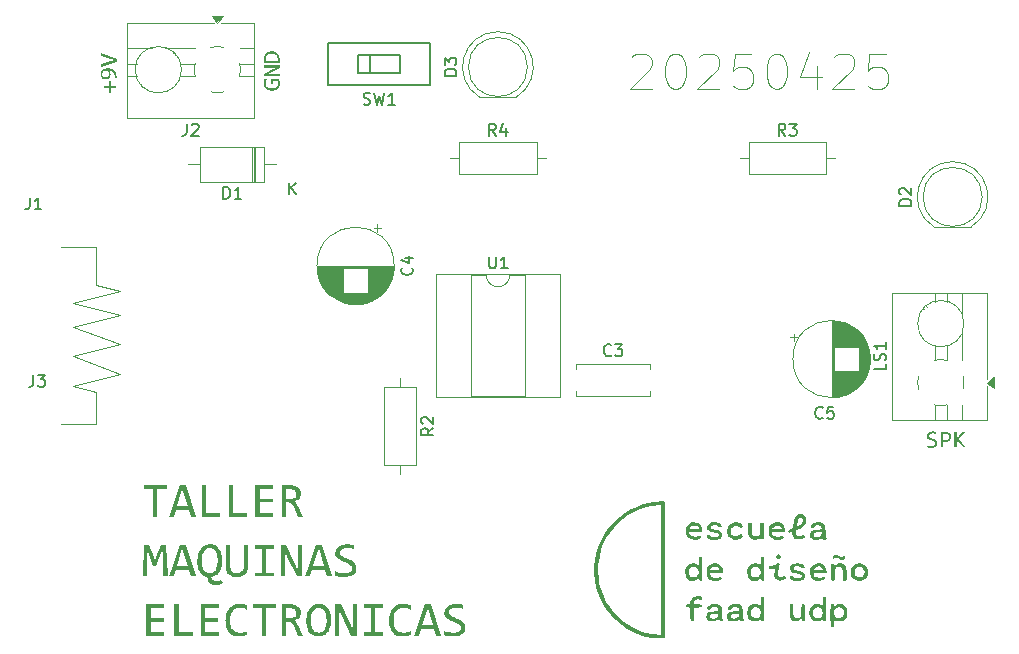
<source format=gbr>
%TF.GenerationSoftware,KiCad,Pcbnew,8.0.8*%
%TF.CreationDate,2025-04-25T12:53:52-04:00*%
%TF.ProjectId,udpudu,75647075-6475-42e6-9b69-6361645f7063,rev?*%
%TF.SameCoordinates,Original*%
%TF.FileFunction,Legend,Top*%
%TF.FilePolarity,Positive*%
%FSLAX46Y46*%
G04 Gerber Fmt 4.6, Leading zero omitted, Abs format (unit mm)*
G04 Created by KiCad (PCBNEW 8.0.8) date 2025-04-25 12:53:52*
%MOMM*%
%LPD*%
G01*
G04 APERTURE LIST*
%ADD10C,0.187500*%
%ADD11C,0.100000*%
%ADD12C,0.150000*%
%ADD13C,0.120000*%
%ADD14C,0.000000*%
G04 APERTURE END LIST*
D10*
G36*
X129711609Y-86628045D02*
G01*
X129705139Y-86702104D01*
X129683701Y-86773070D01*
X129672408Y-86796206D01*
X129628895Y-86858293D01*
X129571858Y-86909915D01*
X129563231Y-86916007D01*
X129496533Y-86953373D01*
X129424804Y-86979782D01*
X129394704Y-86987815D01*
X129318179Y-87002103D01*
X129242963Y-87009407D01*
X129177816Y-87011262D01*
X129104442Y-87009184D01*
X129071204Y-87006865D01*
X128996922Y-86999937D01*
X128968989Y-86996607D01*
X128896208Y-86985758D01*
X128877031Y-86982319D01*
X128805295Y-86966144D01*
X128798629Y-86964367D01*
X128798629Y-86776789D01*
X128869916Y-86802905D01*
X128942640Y-86822258D01*
X128972286Y-86828446D01*
X129048261Y-86839832D01*
X129124421Y-86845653D01*
X129191372Y-86847131D01*
X129268695Y-86844152D01*
X129342314Y-86833575D01*
X129414276Y-86809780D01*
X129444163Y-86792909D01*
X129495902Y-86738813D01*
X129502049Y-86726963D01*
X129519562Y-86653605D01*
X129520000Y-86638303D01*
X129502896Y-86565488D01*
X129489592Y-86545246D01*
X129436039Y-86493775D01*
X129409725Y-86476004D01*
X129342463Y-86440140D01*
X129296885Y-86420683D01*
X129228818Y-86393410D01*
X129167558Y-86368659D01*
X129098215Y-86338716D01*
X129038231Y-86310407D01*
X128971333Y-86271368D01*
X128925391Y-86236035D01*
X128873375Y-86179967D01*
X128845524Y-86135651D01*
X128820936Y-86063987D01*
X128815116Y-85998631D01*
X128824273Y-85921725D01*
X128844058Y-85862710D01*
X128883702Y-85795714D01*
X128933451Y-85743641D01*
X128998034Y-85699297D01*
X129066247Y-85668027D01*
X129089522Y-85659744D01*
X129166339Y-85640321D01*
X129245715Y-85630392D01*
X129317035Y-85627870D01*
X129390674Y-85631534D01*
X129465829Y-85640979D01*
X129470908Y-85641792D01*
X129544076Y-85655249D01*
X129551508Y-85656813D01*
X129623012Y-85674171D01*
X129625147Y-85674765D01*
X129625147Y-85838896D01*
X129550615Y-85819753D01*
X129476082Y-85805601D01*
X129466145Y-85804092D01*
X129393083Y-85795414D01*
X129317635Y-85792013D01*
X129313005Y-85792002D01*
X129239274Y-85795207D01*
X129161793Y-85808230D01*
X129090352Y-85837081D01*
X129080730Y-85843293D01*
X129027610Y-85898762D01*
X129007013Y-85969688D01*
X129006724Y-85980313D01*
X129023829Y-86053540D01*
X129037132Y-86074102D01*
X129090686Y-86126100D01*
X129117000Y-86144078D01*
X129184262Y-86180399D01*
X129229840Y-86200131D01*
X129297906Y-86227404D01*
X129359166Y-86252155D01*
X129428510Y-86282122D01*
X129488493Y-86311140D01*
X129551906Y-86348314D01*
X129601333Y-86386611D01*
X129653350Y-86443807D01*
X129681201Y-86489193D01*
X129705789Y-86561978D01*
X129711609Y-86628045D01*
G37*
G36*
X130453319Y-85654460D02*
G01*
X130530625Y-85664958D01*
X130571099Y-85673666D01*
X130642127Y-85696359D01*
X130710368Y-85730940D01*
X130732666Y-85745840D01*
X130788104Y-85794726D01*
X130832603Y-85854833D01*
X130843308Y-85874067D01*
X130870112Y-85943452D01*
X130882726Y-86017590D01*
X130884707Y-86065309D01*
X130877865Y-86142611D01*
X130859132Y-86214178D01*
X130853566Y-86229440D01*
X130820117Y-86297311D01*
X130773625Y-86358590D01*
X130757945Y-86374887D01*
X130699272Y-86422989D01*
X130634485Y-86460306D01*
X130591982Y-86478935D01*
X130517876Y-86501670D01*
X130442542Y-86514150D01*
X130368257Y-86518712D01*
X130350915Y-86518868D01*
X130183852Y-86518868D01*
X130183852Y-86987815D01*
X130000304Y-86987815D01*
X130000304Y-86354737D01*
X130183852Y-86354737D01*
X130354945Y-86354737D01*
X130431606Y-86350409D01*
X130506684Y-86335195D01*
X130576236Y-86305442D01*
X130605538Y-86285494D01*
X130655807Y-86229491D01*
X130685209Y-86156691D01*
X130693832Y-86075934D01*
X130685531Y-86002926D01*
X130653657Y-85930523D01*
X130608835Y-85882860D01*
X130542434Y-85844480D01*
X130468246Y-85823414D01*
X130390219Y-85815712D01*
X130371431Y-85815449D01*
X130183852Y-85815449D01*
X130183852Y-86354737D01*
X130000304Y-86354737D01*
X130000304Y-85651318D01*
X130379491Y-85651318D01*
X130453319Y-85654460D01*
G37*
G36*
X132069896Y-86987815D02*
G01*
X131839086Y-86987815D01*
X131334969Y-86332389D01*
X131334969Y-86987815D01*
X131151787Y-86987815D01*
X131151787Y-85651318D01*
X131334969Y-85651318D01*
X131334969Y-86283662D01*
X131828828Y-85651318D01*
X132046082Y-85651318D01*
X131514487Y-86292089D01*
X132069896Y-86987815D01*
G37*
D11*
X58500000Y-82250000D02*
X58500000Y-82500000D01*
X60500000Y-73750000D02*
X58500000Y-73250000D01*
X56500000Y-74750000D02*
X60500000Y-73750000D01*
X55500000Y-70000000D02*
X58500000Y-70000000D01*
X60500000Y-78250000D02*
X56500000Y-76750000D01*
X58500000Y-82500000D02*
X58500000Y-85000000D01*
X56500000Y-81750000D02*
X58500000Y-82250000D01*
X58500000Y-70000000D02*
X58500000Y-72500000D01*
X58500000Y-85000000D02*
X55500000Y-85000000D01*
X58500000Y-73250000D02*
X58500000Y-72500000D01*
X60500000Y-80750000D02*
X56500000Y-79250000D01*
X60500000Y-75750000D02*
X56500000Y-74750000D01*
X56500000Y-76750000D02*
X60500000Y-75750000D01*
X56500000Y-79250000D02*
X60500000Y-78250000D01*
X56500000Y-81750000D02*
X60500000Y-80750000D01*
G36*
X64470111Y-90518089D02*
G01*
X63672903Y-90518089D01*
X63672903Y-92862821D01*
X63301409Y-92862821D01*
X63301409Y-90518089D01*
X62504201Y-90518089D01*
X62504201Y-90189827D01*
X64470111Y-90189827D01*
X64470111Y-90518089D01*
G37*
G36*
X66933545Y-92862821D02*
G01*
X66533475Y-92862821D01*
X66345897Y-92300085D01*
X65224822Y-92300085D01*
X65035045Y-92862821D01*
X64654026Y-92862821D01*
X64952247Y-91971823D01*
X65330335Y-91971823D01*
X66241116Y-91971823D01*
X65785359Y-90499038D01*
X65330335Y-91971823D01*
X64952247Y-91971823D01*
X65548688Y-90189827D01*
X66051340Y-90189827D01*
X66933545Y-92862821D01*
G37*
G36*
X68969797Y-92862821D02*
G01*
X67420077Y-92862821D01*
X67420077Y-90189827D01*
X67793035Y-90189827D01*
X67793035Y-92534558D01*
X68969797Y-92534558D01*
X68969797Y-92862821D01*
G37*
G36*
X71276427Y-92862821D02*
G01*
X69726706Y-92862821D01*
X69726706Y-90189827D01*
X70099665Y-90189827D01*
X70099665Y-92534558D01*
X71276427Y-92534558D01*
X71276427Y-92862821D01*
G37*
G36*
X73498793Y-92862821D02*
G01*
X71967390Y-92862821D01*
X71967390Y-90189827D01*
X73498793Y-90189827D01*
X73498793Y-90518089D01*
X72334487Y-90518089D01*
X72334487Y-91315298D01*
X73453363Y-91315298D01*
X73453363Y-91643560D01*
X72334487Y-91643560D01*
X72334487Y-92534558D01*
X73498793Y-92534558D01*
X73498793Y-92862821D01*
G37*
G36*
X75085504Y-90195801D02*
G01*
X75235376Y-90215945D01*
X75335743Y-90240385D01*
X75480901Y-90296112D01*
X75605922Y-90375430D01*
X75612714Y-90381069D01*
X75716398Y-90494284D01*
X75771717Y-90598689D01*
X75811166Y-90741597D01*
X75822275Y-90880057D01*
X75807677Y-91028492D01*
X75784906Y-91112332D01*
X75721042Y-91247106D01*
X75674996Y-91310901D01*
X75569667Y-91413197D01*
X75493280Y-91465507D01*
X75353395Y-91531323D01*
X75244885Y-91562960D01*
X75373398Y-91637092D01*
X75437592Y-91704377D01*
X75522707Y-91829853D01*
X75594354Y-91961446D01*
X75599525Y-91971823D01*
X76025973Y-92862821D01*
X75611982Y-92862821D01*
X75209714Y-91987210D01*
X75140333Y-91856006D01*
X75116657Y-91820881D01*
X75014808Y-91716100D01*
X74895373Y-91660413D01*
X74750293Y-91643560D01*
X74577369Y-91643560D01*
X74577369Y-92862821D01*
X74210272Y-92862821D01*
X74210272Y-91362192D01*
X74577369Y-91362192D01*
X74874124Y-91362192D01*
X75026222Y-91351316D01*
X75107864Y-91334349D01*
X75246213Y-91276234D01*
X75284452Y-91250085D01*
X75384626Y-91137855D01*
X75398025Y-91113065D01*
X75436397Y-90971224D01*
X75438325Y-90926219D01*
X75416074Y-90776695D01*
X75335102Y-90646843D01*
X75303503Y-90619938D01*
X75164356Y-90550315D01*
X75011376Y-90521670D01*
X74923217Y-90518089D01*
X74577369Y-90518089D01*
X74577369Y-91362192D01*
X74210272Y-91362192D01*
X74210272Y-90189827D01*
X74932010Y-90189827D01*
X75085504Y-90195801D01*
G37*
G36*
X64546315Y-97902821D02*
G01*
X64188011Y-97902821D01*
X64134522Y-96177978D01*
X64111807Y-95591795D01*
X63985778Y-95942772D01*
X63587906Y-97011823D01*
X63334382Y-97011823D01*
X62955562Y-95983072D01*
X62829532Y-95591795D01*
X62821472Y-96206554D01*
X62773845Y-97902821D01*
X62427997Y-97902821D01*
X62559888Y-95229827D01*
X62994396Y-95229827D01*
X63357830Y-96246854D01*
X63475066Y-96589771D01*
X63588639Y-96246854D01*
X63969658Y-95229827D01*
X64416622Y-95229827D01*
X64546315Y-97902821D01*
G37*
G36*
X66933545Y-97902821D02*
G01*
X66533475Y-97902821D01*
X66345897Y-97340085D01*
X65224822Y-97340085D01*
X65035045Y-97902821D01*
X64654026Y-97902821D01*
X64952247Y-97011823D01*
X65330335Y-97011823D01*
X66241116Y-97011823D01*
X65785359Y-95539038D01*
X65330335Y-97011823D01*
X64952247Y-97011823D01*
X65548688Y-95229827D01*
X66051340Y-95229827D01*
X66933545Y-97902821D01*
G37*
G36*
X68276556Y-95192163D02*
G01*
X68432939Y-95223639D01*
X68573391Y-95277454D01*
X68708751Y-95359543D01*
X68825771Y-95465124D01*
X68893594Y-95548564D01*
X68973627Y-95678799D01*
X69038422Y-95826697D01*
X69084103Y-95976477D01*
X69114564Y-96122890D01*
X69135056Y-96279389D01*
X69144902Y-96426965D01*
X69147118Y-96542876D01*
X69142721Y-96703069D01*
X69129532Y-96853187D01*
X69104184Y-97010027D01*
X69076776Y-97123197D01*
X69028190Y-97271603D01*
X68963009Y-97417990D01*
X68885534Y-97546714D01*
X68788230Y-97666550D01*
X68678767Y-97765571D01*
X68599037Y-97820022D01*
X68460973Y-97889147D01*
X68314687Y-97935779D01*
X68244396Y-97949715D01*
X68291440Y-98093746D01*
X68381726Y-98215081D01*
X68388744Y-98221557D01*
X68515504Y-98295714D01*
X68670419Y-98323964D01*
X68708213Y-98324872D01*
X68854942Y-98306737D01*
X68903119Y-98292632D01*
X69036487Y-98227522D01*
X69098025Y-98184188D01*
X69260691Y-98418661D01*
X69139896Y-98515553D01*
X69007050Y-98588239D01*
X68980056Y-98598913D01*
X68833693Y-98639579D01*
X68683301Y-98653135D01*
X68534537Y-98643314D01*
X68388632Y-98611188D01*
X68379951Y-98608438D01*
X68243721Y-98549319D01*
X68140349Y-98476547D01*
X68038288Y-98363486D01*
X67976218Y-98255996D01*
X67926942Y-98113114D01*
X67903038Y-97960529D01*
X67902212Y-97949715D01*
X67749472Y-97916124D01*
X67612189Y-97861513D01*
X67529253Y-97813428D01*
X67409366Y-97716573D01*
X67306893Y-97597467D01*
X67265471Y-97534991D01*
X67194305Y-97396642D01*
X67142103Y-97254616D01*
X67108667Y-97127594D01*
X67081619Y-96975653D01*
X67064589Y-96813837D01*
X67057827Y-96659760D01*
X67057376Y-96606624D01*
X67059000Y-96543609D01*
X67439128Y-96543609D01*
X67442705Y-96691987D01*
X67454906Y-96844623D01*
X67475764Y-96986177D01*
X67513019Y-97137729D01*
X67568558Y-97280382D01*
X67592268Y-97326163D01*
X67683493Y-97451460D01*
X67797432Y-97544516D01*
X67936284Y-97602219D01*
X68089749Y-97621378D01*
X68100781Y-97621453D01*
X68252433Y-97603421D01*
X68391124Y-97544436D01*
X68399002Y-97539387D01*
X68513857Y-97442484D01*
X68601237Y-97324686D01*
X68606364Y-97315905D01*
X68669396Y-97182408D01*
X68713358Y-97042121D01*
X68726532Y-96983979D01*
X68750643Y-96838040D01*
X68763626Y-96684888D01*
X68766099Y-96578780D01*
X68761856Y-96420083D01*
X68749129Y-96271429D01*
X68730195Y-96145005D01*
X68693647Y-95994644D01*
X68637788Y-95853273D01*
X68613691Y-95807950D01*
X68521551Y-95683019D01*
X68406329Y-95589596D01*
X68266561Y-95530795D01*
X68111905Y-95511271D01*
X68100781Y-95511195D01*
X67948765Y-95529227D01*
X67810394Y-95588211D01*
X67802561Y-95593260D01*
X67688988Y-95689980D01*
X67597397Y-95816010D01*
X67531376Y-95958366D01*
X67488484Y-96098671D01*
X67477962Y-96145005D01*
X67452818Y-96301282D01*
X67440986Y-96452407D01*
X67439128Y-96543609D01*
X67059000Y-96543609D01*
X67061408Y-96450146D01*
X67073505Y-96303205D01*
X67097204Y-96146951D01*
X67131436Y-96003153D01*
X67141640Y-95969150D01*
X67194203Y-95825364D01*
X67263755Y-95683140D01*
X67345042Y-95559378D01*
X67371717Y-95525849D01*
X67477174Y-95416275D01*
X67605252Y-95321427D01*
X67710237Y-95267196D01*
X67858958Y-95215848D01*
X68013861Y-95188199D01*
X68120565Y-95182932D01*
X68276556Y-95192163D01*
G37*
G36*
X71344571Y-96978850D02*
G01*
X71337125Y-97126134D01*
X71312017Y-97275748D01*
X71281556Y-97380385D01*
X71220682Y-97517416D01*
X71133488Y-97645243D01*
X71096908Y-97685933D01*
X70980462Y-97785269D01*
X70842697Y-97862727D01*
X70799421Y-97880839D01*
X70647832Y-97925433D01*
X70492447Y-97946419D01*
X70394954Y-97949715D01*
X70245318Y-97943347D01*
X70097907Y-97921630D01*
X69968506Y-97884502D01*
X69827616Y-97816422D01*
X69704054Y-97720444D01*
X69682742Y-97698389D01*
X69592743Y-97575106D01*
X69532276Y-97440868D01*
X69522275Y-97409694D01*
X69489540Y-97266477D01*
X69473494Y-97110684D01*
X69471717Y-97034537D01*
X69471717Y-95229827D01*
X69838081Y-95229827D01*
X69838081Y-96989108D01*
X69845591Y-97136203D01*
X69868123Y-97263881D01*
X69923646Y-97401661D01*
X69965576Y-97460985D01*
X70084351Y-97555058D01*
X70142163Y-97581153D01*
X70287989Y-97614802D01*
X70407411Y-97621453D01*
X70559749Y-97608296D01*
X70700599Y-97562815D01*
X70820987Y-97475265D01*
X70838988Y-97455123D01*
X70918250Y-97324164D01*
X70961756Y-97177160D01*
X70977663Y-97022098D01*
X70978206Y-96984712D01*
X70978206Y-95229827D01*
X71344571Y-95229827D01*
X71344571Y-96978850D01*
G37*
G36*
X72527927Y-95558089D02*
G01*
X71908039Y-95558089D01*
X71908039Y-95229827D01*
X73519309Y-95229827D01*
X73519309Y-95558089D01*
X72899421Y-95558089D01*
X72899421Y-97574558D01*
X73519309Y-97574558D01*
X73519309Y-97902821D01*
X71908039Y-97902821D01*
X71908039Y-97574558D01*
X72527927Y-97574558D01*
X72527927Y-95558089D01*
G37*
G36*
X75937313Y-97902821D02*
G01*
X75459574Y-97902821D01*
X74674089Y-96235130D01*
X74447676Y-95698773D01*
X74447676Y-97047726D01*
X74447676Y-97902821D01*
X74105492Y-97902821D01*
X74105492Y-95229827D01*
X74577369Y-95229827D01*
X75325485Y-96818382D01*
X75595129Y-97433874D01*
X75595129Y-95993330D01*
X75595129Y-95229827D01*
X75937313Y-95229827D01*
X75937313Y-97902821D01*
G37*
G36*
X78466692Y-97902821D02*
G01*
X78066622Y-97902821D01*
X77879044Y-97340085D01*
X76757969Y-97340085D01*
X76568192Y-97902821D01*
X76187174Y-97902821D01*
X76485394Y-97011823D01*
X76863482Y-97011823D01*
X77774264Y-97011823D01*
X77318506Y-95539038D01*
X76863482Y-97011823D01*
X76485394Y-97011823D01*
X77081835Y-95229827D01*
X77584487Y-95229827D01*
X78466692Y-97902821D01*
G37*
G36*
X80527857Y-97183281D02*
G01*
X80514918Y-97331400D01*
X80472042Y-97473332D01*
X80449456Y-97519603D01*
X80362430Y-97643777D01*
X80248356Y-97747021D01*
X80231102Y-97759206D01*
X80097706Y-97833938D01*
X79954247Y-97886756D01*
X79894047Y-97902821D01*
X79740999Y-97931397D01*
X79590566Y-97946006D01*
X79460272Y-97949715D01*
X79313523Y-97945559D01*
X79247048Y-97940922D01*
X79098484Y-97927065D01*
X79042617Y-97920406D01*
X78897055Y-97898707D01*
X78858702Y-97891830D01*
X78715229Y-97859479D01*
X78701898Y-97855926D01*
X78701898Y-97480769D01*
X78844471Y-97533002D01*
X78989920Y-97571708D01*
X79049211Y-97584084D01*
X79201161Y-97606855D01*
X79353483Y-97618497D01*
X79487383Y-97621453D01*
X79642029Y-97615496D01*
X79789267Y-97594342D01*
X79933192Y-97546752D01*
X79992966Y-97513009D01*
X80096444Y-97404817D01*
X80108737Y-97381118D01*
X80143764Y-97234402D01*
X80144640Y-97203797D01*
X80110431Y-97058168D01*
X80083824Y-97017684D01*
X79976717Y-96914741D01*
X79924089Y-96879199D01*
X79789565Y-96807471D01*
X79698409Y-96768557D01*
X79562277Y-96714011D01*
X79439756Y-96664509D01*
X79301069Y-96604624D01*
X79181102Y-96548005D01*
X79047305Y-96469927D01*
X78955422Y-96399262D01*
X78851389Y-96287125D01*
X78795687Y-96198494D01*
X78746511Y-96055165D01*
X78734871Y-95924453D01*
X78753186Y-95770641D01*
X78792756Y-95652611D01*
X78872044Y-95518620D01*
X78971542Y-95414474D01*
X79100707Y-95325785D01*
X79237133Y-95263246D01*
X79283684Y-95246680D01*
X79437317Y-95207833D01*
X79596069Y-95187975D01*
X79738709Y-95182932D01*
X79885987Y-95190259D01*
X80036297Y-95209150D01*
X80046455Y-95210776D01*
X80192792Y-95237690D01*
X80207655Y-95240818D01*
X80350664Y-95275533D01*
X80354934Y-95276721D01*
X80354934Y-95604984D01*
X80205869Y-95566698D01*
X80056805Y-95538394D01*
X80036929Y-95535375D01*
X79890806Y-95518019D01*
X79739910Y-95511218D01*
X79730649Y-95511195D01*
X79583187Y-95517606D01*
X79428227Y-95543652D01*
X79285344Y-95601354D01*
X79266099Y-95613777D01*
X79159860Y-95724716D01*
X79118666Y-95866568D01*
X79118088Y-95887817D01*
X79152297Y-96034271D01*
X79178904Y-96075396D01*
X79286011Y-96179392D01*
X79338639Y-96215347D01*
X79473163Y-96287990D01*
X79564319Y-96327454D01*
X79700452Y-96381999D01*
X79822973Y-96431502D01*
X79961659Y-96491436D01*
X80081626Y-96549471D01*
X80208452Y-96623820D01*
X80307306Y-96700413D01*
X80411339Y-96814806D01*
X80467041Y-96905577D01*
X80516217Y-97051147D01*
X80527857Y-97183281D01*
G37*
G36*
X64272275Y-102942821D02*
G01*
X62740872Y-102942821D01*
X62740872Y-100269827D01*
X64272275Y-100269827D01*
X64272275Y-100598089D01*
X63107969Y-100598089D01*
X63107969Y-101395298D01*
X64226846Y-101395298D01*
X64226846Y-101723560D01*
X63107969Y-101723560D01*
X63107969Y-102614558D01*
X64272275Y-102614558D01*
X64272275Y-102942821D01*
G37*
G36*
X66663168Y-102942821D02*
G01*
X65113447Y-102942821D01*
X65113447Y-100269827D01*
X65486406Y-100269827D01*
X65486406Y-102614558D01*
X66663168Y-102614558D01*
X66663168Y-102942821D01*
G37*
G36*
X68885534Y-102942821D02*
G01*
X67354131Y-102942821D01*
X67354131Y-100269827D01*
X68885534Y-100269827D01*
X68885534Y-100598089D01*
X67721228Y-100598089D01*
X67721228Y-101395298D01*
X68840105Y-101395298D01*
X68840105Y-101723560D01*
X67721228Y-101723560D01*
X67721228Y-102614558D01*
X68885534Y-102614558D01*
X68885534Y-102942821D01*
G37*
G36*
X71296943Y-102849031D02*
G01*
X71154065Y-102903849D01*
X71008171Y-102945202D01*
X70859262Y-102973091D01*
X70707337Y-102987517D01*
X70619169Y-102989715D01*
X70447254Y-102981379D01*
X70288254Y-102956370D01*
X70142170Y-102914689D01*
X69983917Y-102842664D01*
X69844264Y-102746631D01*
X69742093Y-102648264D01*
X69638255Y-102508430D01*
X69568134Y-102374310D01*
X69512932Y-102224197D01*
X69472650Y-102058092D01*
X69447287Y-101875994D01*
X69437739Y-101718800D01*
X69436546Y-101636366D01*
X69441812Y-101477959D01*
X69457611Y-101327337D01*
X69487976Y-101167194D01*
X69520809Y-101049450D01*
X69574242Y-100908214D01*
X69646799Y-100766105D01*
X69733238Y-100639595D01*
X69761877Y-100604684D01*
X69866248Y-100498424D01*
X69983356Y-100408622D01*
X70113200Y-100335277D01*
X70140698Y-100322583D01*
X70285140Y-100270033D01*
X70440029Y-100236946D01*
X70588361Y-100223808D01*
X70639686Y-100222932D01*
X70787619Y-100228616D01*
X70936924Y-100247449D01*
X70987732Y-100257370D01*
X71135959Y-100297867D01*
X71278390Y-100354786D01*
X71296943Y-100363616D01*
X71296943Y-100738773D01*
X71166752Y-100667046D01*
X71022904Y-100608871D01*
X70993594Y-100599555D01*
X70840837Y-100564843D01*
X70686643Y-100551620D01*
X70652142Y-100551195D01*
X70503874Y-100562925D01*
X70357454Y-100601794D01*
X70308493Y-100622269D01*
X70174905Y-100703070D01*
X70068236Y-100804049D01*
X70047641Y-100828899D01*
X69963432Y-100958869D01*
X69902065Y-101099900D01*
X69882777Y-101159359D01*
X69847950Y-101313267D01*
X69830145Y-101467926D01*
X69825624Y-101604125D01*
X69830794Y-101761777D01*
X69850647Y-101934334D01*
X69885388Y-102088757D01*
X69944739Y-102245996D01*
X70024355Y-102378551D01*
X70037383Y-102395472D01*
X70155993Y-102511839D01*
X70299333Y-102594958D01*
X70445042Y-102640413D01*
X70609684Y-102660414D01*
X70660202Y-102661453D01*
X70808706Y-102654440D01*
X70961591Y-102631364D01*
X70991396Y-102624816D01*
X71137723Y-102583343D01*
X71278576Y-102528989D01*
X71296943Y-102520769D01*
X71296943Y-102849031D01*
G37*
G36*
X73696629Y-100598089D02*
G01*
X72899421Y-100598089D01*
X72899421Y-102942821D01*
X72527927Y-102942821D01*
X72527927Y-100598089D01*
X71730719Y-100598089D01*
X71730719Y-100269827D01*
X73696629Y-100269827D01*
X73696629Y-100598089D01*
G37*
G36*
X75085504Y-100275801D02*
G01*
X75235376Y-100295945D01*
X75335743Y-100320385D01*
X75480901Y-100376112D01*
X75605922Y-100455430D01*
X75612714Y-100461069D01*
X75716398Y-100574284D01*
X75771717Y-100678689D01*
X75811166Y-100821597D01*
X75822275Y-100960057D01*
X75807677Y-101108492D01*
X75784906Y-101192332D01*
X75721042Y-101327106D01*
X75674996Y-101390901D01*
X75569667Y-101493197D01*
X75493280Y-101545507D01*
X75353395Y-101611323D01*
X75244885Y-101642960D01*
X75373398Y-101717092D01*
X75437592Y-101784377D01*
X75522707Y-101909853D01*
X75594354Y-102041446D01*
X75599525Y-102051823D01*
X76025973Y-102942821D01*
X75611982Y-102942821D01*
X75209714Y-102067210D01*
X75140333Y-101936006D01*
X75116657Y-101900881D01*
X75014808Y-101796100D01*
X74895373Y-101740413D01*
X74750293Y-101723560D01*
X74577369Y-101723560D01*
X74577369Y-102942821D01*
X74210272Y-102942821D01*
X74210272Y-101442192D01*
X74577369Y-101442192D01*
X74874124Y-101442192D01*
X75026222Y-101431316D01*
X75107864Y-101414349D01*
X75246213Y-101356234D01*
X75284452Y-101330085D01*
X75384626Y-101217855D01*
X75398025Y-101193065D01*
X75436397Y-101051224D01*
X75438325Y-101006219D01*
X75416074Y-100856695D01*
X75335102Y-100726843D01*
X75303503Y-100699938D01*
X75164356Y-100630315D01*
X75011376Y-100601670D01*
X74923217Y-100598089D01*
X74577369Y-100598089D01*
X74577369Y-101442192D01*
X74210272Y-101442192D01*
X74210272Y-100269827D01*
X74932010Y-100269827D01*
X75085504Y-100275801D01*
G37*
G36*
X77503074Y-100232234D02*
G01*
X77659457Y-100263955D01*
X77799909Y-100318187D01*
X77935269Y-100400516D01*
X78052288Y-100505720D01*
X78120111Y-100588564D01*
X78200145Y-100718642D01*
X78259679Y-100852823D01*
X78306620Y-101002173D01*
X78310621Y-101017943D01*
X78341082Y-101165592D01*
X78361574Y-101323327D01*
X78371420Y-101472002D01*
X78373636Y-101588738D01*
X78369533Y-101742686D01*
X78354799Y-101907035D01*
X78329348Y-102059019D01*
X78287906Y-102215221D01*
X78235285Y-102356354D01*
X78165533Y-102496173D01*
X78083902Y-102618104D01*
X78057097Y-102651195D01*
X77951467Y-102758682D01*
X77822804Y-102852243D01*
X77717111Y-102906184D01*
X77567943Y-102957086D01*
X77412799Y-102984494D01*
X77306050Y-102989715D01*
X77150445Y-102980556D01*
X76994322Y-102949323D01*
X76853957Y-102895926D01*
X76718699Y-102813940D01*
X76601990Y-102708668D01*
X76534487Y-102625549D01*
X76454957Y-102494550D01*
X76395881Y-102359682D01*
X76349399Y-102209788D01*
X76345443Y-102193972D01*
X76315690Y-102045440D01*
X76295675Y-101886707D01*
X76286058Y-101737047D01*
X76283894Y-101619513D01*
X76284457Y-101598264D01*
X76665645Y-101598264D01*
X76669974Y-101756544D01*
X76682962Y-101904953D01*
X76702282Y-102031306D01*
X76739537Y-102180597D01*
X76795076Y-102321087D01*
X76818786Y-102366163D01*
X76910010Y-102490544D01*
X77023950Y-102583784D01*
X77162802Y-102642035D01*
X77316267Y-102661377D01*
X77327299Y-102661453D01*
X77478950Y-102643260D01*
X77617642Y-102583748D01*
X77625520Y-102578654D01*
X77740375Y-102481018D01*
X77827755Y-102362533D01*
X77832882Y-102353707D01*
X77895914Y-102220210D01*
X77939876Y-102079923D01*
X77953049Y-102021781D01*
X77977161Y-101875189D01*
X77990144Y-101721179D01*
X77992617Y-101614384D01*
X77988374Y-101457442D01*
X77975647Y-101310024D01*
X77956713Y-101184272D01*
X77920165Y-101034385D01*
X77864306Y-100893255D01*
X77840209Y-100847950D01*
X77748069Y-100722470D01*
X77632847Y-100628864D01*
X77493079Y-100570612D01*
X77338423Y-100551270D01*
X77327299Y-100551195D01*
X77175283Y-100569388D01*
X77036912Y-100628899D01*
X77029079Y-100633993D01*
X76915506Y-100731629D01*
X76828995Y-100850114D01*
X76823915Y-100858941D01*
X76761744Y-100992718D01*
X76717829Y-101133767D01*
X76704480Y-101192332D01*
X76680815Y-101339061D01*
X76668072Y-101492384D01*
X76665645Y-101598264D01*
X76284457Y-101598264D01*
X76287926Y-101467278D01*
X76302409Y-101304372D01*
X76327425Y-101153281D01*
X76368158Y-100997426D01*
X76420721Y-100856352D01*
X76490273Y-100716733D01*
X76580334Y-100583978D01*
X76598234Y-100562185D01*
X76703691Y-100454280D01*
X76831770Y-100360463D01*
X76936755Y-100306463D01*
X77085476Y-100255561D01*
X77240379Y-100228153D01*
X77347083Y-100222932D01*
X77503074Y-100232234D01*
G37*
G36*
X80550572Y-102942821D02*
G01*
X80072833Y-102942821D01*
X79287348Y-101275130D01*
X79060935Y-100738773D01*
X79060935Y-102087726D01*
X79060935Y-102942821D01*
X78718751Y-102942821D01*
X78718751Y-100269827D01*
X79190628Y-100269827D01*
X79938744Y-101858382D01*
X80208388Y-102473874D01*
X80208388Y-101033330D01*
X80208388Y-100269827D01*
X80550572Y-100269827D01*
X80550572Y-102942821D01*
G37*
G36*
X81754445Y-100598089D02*
G01*
X81134557Y-100598089D01*
X81134557Y-100269827D01*
X82745827Y-100269827D01*
X82745827Y-100598089D01*
X82125938Y-100598089D01*
X82125938Y-102614558D01*
X82745827Y-102614558D01*
X82745827Y-102942821D01*
X81134557Y-102942821D01*
X81134557Y-102614558D01*
X81754445Y-102614558D01*
X81754445Y-100598089D01*
G37*
G36*
X85136720Y-102849031D02*
G01*
X84993842Y-102903849D01*
X84847948Y-102945202D01*
X84699038Y-102973091D01*
X84547114Y-102987517D01*
X84458946Y-102989715D01*
X84287030Y-102981379D01*
X84128030Y-102956370D01*
X83981946Y-102914689D01*
X83823694Y-102842664D01*
X83684041Y-102746631D01*
X83581870Y-102648264D01*
X83478032Y-102508430D01*
X83407911Y-102374310D01*
X83352709Y-102224197D01*
X83312427Y-102058092D01*
X83287064Y-101875994D01*
X83277516Y-101718800D01*
X83276322Y-101636366D01*
X83281589Y-101477959D01*
X83297388Y-101327337D01*
X83327753Y-101167194D01*
X83360586Y-101049450D01*
X83414019Y-100908214D01*
X83486576Y-100766105D01*
X83573015Y-100639595D01*
X83601654Y-100604684D01*
X83706025Y-100498424D01*
X83823132Y-100408622D01*
X83952977Y-100335277D01*
X83980474Y-100322583D01*
X84124916Y-100270033D01*
X84279805Y-100236946D01*
X84428138Y-100223808D01*
X84479462Y-100222932D01*
X84627396Y-100228616D01*
X84776701Y-100247449D01*
X84827509Y-100257370D01*
X84975736Y-100297867D01*
X85118167Y-100354786D01*
X85136720Y-100363616D01*
X85136720Y-100738773D01*
X85006529Y-100667046D01*
X84862681Y-100608871D01*
X84833370Y-100599555D01*
X84680614Y-100564843D01*
X84526420Y-100551620D01*
X84491919Y-100551195D01*
X84343651Y-100562925D01*
X84197231Y-100601794D01*
X84148269Y-100622269D01*
X84014682Y-100703070D01*
X83908013Y-100804049D01*
X83887418Y-100828899D01*
X83803208Y-100958869D01*
X83741842Y-101099900D01*
X83722554Y-101159359D01*
X83687726Y-101313267D01*
X83669922Y-101467926D01*
X83665401Y-101604125D01*
X83670571Y-101761777D01*
X83690423Y-101934334D01*
X83725165Y-102088757D01*
X83784515Y-102245996D01*
X83864132Y-102378551D01*
X83877160Y-102395472D01*
X83995770Y-102511839D01*
X84139110Y-102594958D01*
X84284819Y-102640413D01*
X84449461Y-102660414D01*
X84499979Y-102661453D01*
X84648482Y-102654440D01*
X84801368Y-102631364D01*
X84831172Y-102624816D01*
X84977500Y-102583343D01*
X85118353Y-102528989D01*
X85136720Y-102520769D01*
X85136720Y-102849031D01*
G37*
G36*
X87693210Y-102942821D02*
G01*
X87293140Y-102942821D01*
X87105562Y-102380085D01*
X85984487Y-102380085D01*
X85794710Y-102942821D01*
X85413691Y-102942821D01*
X85711912Y-102051823D01*
X86090000Y-102051823D01*
X87000781Y-102051823D01*
X86545024Y-100579038D01*
X86090000Y-102051823D01*
X85711912Y-102051823D01*
X86308353Y-100269827D01*
X86811005Y-100269827D01*
X87693210Y-102942821D01*
G37*
G36*
X89754375Y-102223281D02*
G01*
X89741436Y-102371400D01*
X89698560Y-102513332D01*
X89675973Y-102559603D01*
X89588947Y-102683777D01*
X89474874Y-102787021D01*
X89457620Y-102799206D01*
X89324224Y-102873938D01*
X89180765Y-102926756D01*
X89120565Y-102942821D01*
X88967516Y-102971397D01*
X88817084Y-102986006D01*
X88686790Y-102989715D01*
X88540041Y-102985559D01*
X88473566Y-102980922D01*
X88325001Y-102967065D01*
X88269135Y-102960406D01*
X88123573Y-102938707D01*
X88085220Y-102931830D01*
X87941747Y-102899479D01*
X87928416Y-102895926D01*
X87928416Y-102520769D01*
X88070989Y-102573002D01*
X88216438Y-102611708D01*
X88275729Y-102624084D01*
X88427679Y-102646855D01*
X88580000Y-102658497D01*
X88713901Y-102661453D01*
X88868547Y-102655496D01*
X89015785Y-102634342D01*
X89159710Y-102586752D01*
X89219483Y-102553009D01*
X89322961Y-102444817D01*
X89335255Y-102421118D01*
X89370282Y-102274402D01*
X89371158Y-102243797D01*
X89336949Y-102098168D01*
X89310342Y-102057684D01*
X89203235Y-101954741D01*
X89150607Y-101919199D01*
X89016083Y-101847471D01*
X88924927Y-101808557D01*
X88788794Y-101754011D01*
X88666273Y-101704509D01*
X88527587Y-101644624D01*
X88407620Y-101588005D01*
X88273823Y-101509927D01*
X88181940Y-101439262D01*
X88077907Y-101327125D01*
X88022205Y-101238494D01*
X87973029Y-101095165D01*
X87961389Y-100964453D01*
X87979704Y-100810641D01*
X88019274Y-100692611D01*
X88098562Y-100558620D01*
X88198060Y-100454474D01*
X88327225Y-100365785D01*
X88463651Y-100303246D01*
X88510202Y-100286680D01*
X88663835Y-100247833D01*
X88822587Y-100227975D01*
X88965227Y-100222932D01*
X89112505Y-100230259D01*
X89262815Y-100249150D01*
X89272973Y-100250776D01*
X89419309Y-100277690D01*
X89434173Y-100280818D01*
X89577182Y-100315533D01*
X89581451Y-100316721D01*
X89581451Y-100644984D01*
X89432387Y-100606698D01*
X89283322Y-100578394D01*
X89263447Y-100575375D01*
X89117324Y-100558019D01*
X88966427Y-100551218D01*
X88957167Y-100551195D01*
X88809705Y-100557606D01*
X88654744Y-100583652D01*
X88511862Y-100641354D01*
X88492617Y-100653777D01*
X88386378Y-100764716D01*
X88345184Y-100906568D01*
X88344606Y-100927817D01*
X88378815Y-101074271D01*
X88405422Y-101115396D01*
X88512529Y-101219392D01*
X88565157Y-101255347D01*
X88699681Y-101327990D01*
X88790837Y-101367454D01*
X88926969Y-101421999D01*
X89049490Y-101471502D01*
X89188177Y-101531436D01*
X89308144Y-101589471D01*
X89434970Y-101663820D01*
X89533824Y-101740413D01*
X89637857Y-101854806D01*
X89693559Y-101945577D01*
X89742735Y-102091147D01*
X89754375Y-102223281D01*
G37*
D10*
G36*
X59724956Y-55999614D02*
G01*
X59724956Y-56404813D01*
X60147008Y-56404813D01*
X60147008Y-56581767D01*
X59724956Y-56581767D01*
X59724956Y-56986966D01*
X59560825Y-56986966D01*
X59560825Y-56581767D01*
X59138773Y-56581767D01*
X59138773Y-56404813D01*
X59560825Y-56404813D01*
X59560825Y-55999614D01*
X59724956Y-55999614D01*
G37*
G36*
X59554205Y-54891076D02*
G01*
X59632121Y-54897914D01*
X59704813Y-54909309D01*
X59781492Y-54927913D01*
X59808487Y-54936425D01*
X59883857Y-54966603D01*
X59951287Y-55003967D01*
X60010777Y-55048519D01*
X60040396Y-55076376D01*
X60092531Y-55138636D01*
X60131499Y-55202074D01*
X60162933Y-55272524D01*
X60174485Y-55306086D01*
X60193238Y-55377230D01*
X60206633Y-55453639D01*
X60214670Y-55535316D01*
X60217308Y-55611103D01*
X60217350Y-55622259D01*
X60217350Y-55734732D01*
X60053218Y-55734732D01*
X60053218Y-55610169D01*
X60050678Y-55530592D01*
X60042016Y-55451239D01*
X60027206Y-55380458D01*
X60002021Y-55306957D01*
X59965836Y-55239838D01*
X59950636Y-55218892D01*
X59898408Y-55165203D01*
X59836520Y-55125039D01*
X59827538Y-55120706D01*
X59758385Y-55095802D01*
X59684000Y-55081467D01*
X59652782Y-55078208D01*
X59607719Y-55074178D01*
X59643858Y-55139318D01*
X59670906Y-55207960D01*
X59675863Y-55223654D01*
X59693394Y-55300260D01*
X59700882Y-55376543D01*
X59701509Y-55407203D01*
X59696611Y-55485904D01*
X59680382Y-55561599D01*
X59671833Y-55586355D01*
X59638780Y-55653030D01*
X59591988Y-55711374D01*
X59588668Y-55714582D01*
X59530233Y-55759279D01*
X59461906Y-55791519D01*
X59390396Y-55809927D01*
X59313250Y-55817064D01*
X59302538Y-55817164D01*
X59228688Y-55811541D01*
X59153755Y-55792908D01*
X59128149Y-55783093D01*
X59061300Y-55748090D01*
X59002446Y-55702710D01*
X58987098Y-55687838D01*
X58939364Y-55629675D01*
X58901306Y-55562255D01*
X58892210Y-55541292D01*
X58869675Y-55468795D01*
X58858629Y-55390615D01*
X58857665Y-55360675D01*
X58998089Y-55360675D01*
X59007267Y-55435781D01*
X59017507Y-55467287D01*
X59054355Y-55530707D01*
X59073927Y-55551917D01*
X59136014Y-55595242D01*
X59165151Y-55607970D01*
X59239082Y-55625602D01*
X59289349Y-55628487D01*
X59363738Y-55622619D01*
X59403288Y-55613466D01*
X59469783Y-55581867D01*
X59488285Y-55567304D01*
X59533052Y-55507117D01*
X59542140Y-55486337D01*
X59558617Y-55413376D01*
X59560825Y-55368735D01*
X59554385Y-55295040D01*
X59553497Y-55289966D01*
X59535340Y-55218064D01*
X59532981Y-55210832D01*
X59505396Y-55141559D01*
X59503306Y-55137192D01*
X59467035Y-55074178D01*
X59387559Y-55076110D01*
X59310135Y-55082698D01*
X59243187Y-55093961D01*
X59171129Y-55114317D01*
X59101919Y-55148086D01*
X59098473Y-55150381D01*
X59042688Y-55202932D01*
X59021170Y-55240507D01*
X59001335Y-55312349D01*
X58998089Y-55360675D01*
X58857665Y-55360675D01*
X58857405Y-55352615D01*
X58862847Y-55273829D01*
X58879173Y-55200002D01*
X58890378Y-55167601D01*
X58926763Y-55097646D01*
X58974613Y-55040601D01*
X58996624Y-55020688D01*
X59057761Y-54978064D01*
X59124665Y-54945690D01*
X59187133Y-54923968D01*
X59265079Y-54905421D01*
X59343611Y-54894602D01*
X59420084Y-54889656D01*
X59471065Y-54888797D01*
X59554205Y-54891076D01*
G37*
G36*
X58880853Y-53610552D02*
G01*
X60217350Y-54068141D01*
X60217350Y-54315437D01*
X58880853Y-54762768D01*
X58880853Y-54555406D01*
X59781742Y-54264879D01*
X60045525Y-54182447D01*
X59781742Y-54098183D01*
X58880853Y-53806557D01*
X58880853Y-53610552D01*
G37*
G36*
X72919015Y-55800618D02*
G01*
X72883762Y-55867176D01*
X72856223Y-55935417D01*
X72849772Y-55955224D01*
X72832992Y-56027272D01*
X72825609Y-56104929D01*
X72825226Y-56128148D01*
X72830584Y-56205307D01*
X72848481Y-56281339D01*
X72863327Y-56319023D01*
X72902697Y-56386814D01*
X72954128Y-56444646D01*
X72971039Y-56459341D01*
X73032015Y-56501364D01*
X73102423Y-56534559D01*
X73138101Y-56546902D01*
X73214127Y-56565432D01*
X73288977Y-56574905D01*
X73353889Y-56577310D01*
X73428550Y-56574913D01*
X73504892Y-56566739D01*
X73575173Y-56552764D01*
X73649517Y-56527987D01*
X73718759Y-56491162D01*
X73740770Y-56475461D01*
X73793974Y-56423759D01*
X73834977Y-56360978D01*
X73844451Y-56341005D01*
X73867697Y-56269006D01*
X73878637Y-56193100D01*
X73880355Y-56144634D01*
X73878523Y-56102502D01*
X73873027Y-56057073D01*
X73864235Y-56013476D01*
X73853244Y-55975740D01*
X73434856Y-55975740D01*
X73434856Y-56250880D01*
X73294172Y-56250880D01*
X73294172Y-55794390D01*
X73964985Y-55794390D01*
X73992641Y-55863128D01*
X73999423Y-55883416D01*
X74019069Y-55954995D01*
X74024336Y-55979404D01*
X74036632Y-56052493D01*
X74039357Y-56076857D01*
X74044240Y-56150407D01*
X74044486Y-56170280D01*
X74041066Y-56245827D01*
X74029245Y-56324739D01*
X74008981Y-56398355D01*
X74001255Y-56419407D01*
X73966598Y-56491577D01*
X73922071Y-56555955D01*
X73873027Y-56607718D01*
X73809657Y-56656874D01*
X73743483Y-56694197D01*
X73669151Y-56724508D01*
X73661269Y-56727153D01*
X73586806Y-56747343D01*
X73506026Y-56760925D01*
X73428918Y-56767450D01*
X73367811Y-56768919D01*
X73287005Y-56766034D01*
X73210549Y-56757378D01*
X73138444Y-56742953D01*
X73070690Y-56722757D01*
X72999895Y-56693629D01*
X72935475Y-56658589D01*
X72871376Y-56612722D01*
X72847940Y-56592331D01*
X72795182Y-56536568D01*
X72750939Y-56474150D01*
X72715212Y-56405078D01*
X72709088Y-56390464D01*
X72683779Y-56314372D01*
X72669015Y-56241852D01*
X72661844Y-56165505D01*
X72661094Y-56130346D01*
X72664320Y-56052598D01*
X72673997Y-55978356D01*
X72677947Y-55957788D01*
X72698094Y-55882381D01*
X72726934Y-55810033D01*
X72731436Y-55800618D01*
X72919015Y-55800618D01*
G37*
G36*
X74021039Y-54645105D02*
G01*
X74021039Y-54883975D01*
X73187193Y-55276717D01*
X72919015Y-55389924D01*
X73593491Y-55389924D01*
X74021039Y-55389924D01*
X74021039Y-55561016D01*
X72684542Y-55561016D01*
X72684542Y-55325077D01*
X73478819Y-54951019D01*
X73786565Y-54816197D01*
X73066293Y-54816197D01*
X72684542Y-54816197D01*
X72684542Y-54645105D01*
X74021039Y-54645105D01*
G37*
G36*
X73414795Y-53447741D02*
G01*
X73488794Y-53455178D01*
X73522050Y-53460283D01*
X73596673Y-53476862D01*
X73666667Y-53500314D01*
X73685815Y-53508277D01*
X73753591Y-53543455D01*
X73815409Y-53587167D01*
X73823202Y-53593640D01*
X73877303Y-53648068D01*
X73920680Y-53708455D01*
X73929081Y-53722600D01*
X73961537Y-53788627D01*
X73987462Y-53862877D01*
X73997225Y-53899920D01*
X74010783Y-53972476D01*
X74018713Y-54051612D01*
X74021039Y-54129264D01*
X74021039Y-54417959D01*
X72684542Y-54417959D01*
X72684542Y-54077240D01*
X72848673Y-54077240D01*
X72848673Y-54234777D01*
X73856907Y-54234777D01*
X73856907Y-54097757D01*
X73852480Y-54015588D01*
X73839197Y-53941501D01*
X73807713Y-53855291D01*
X73760486Y-53783449D01*
X73697517Y-53725976D01*
X73618806Y-53682871D01*
X73524353Y-53654134D01*
X73443182Y-53642011D01*
X73353156Y-53637970D01*
X73278060Y-53640085D01*
X73202640Y-53647398D01*
X73129431Y-53661476D01*
X73117218Y-53664714D01*
X73044800Y-53691100D01*
X72980606Y-53729929D01*
X72961147Y-53746414D01*
X72912750Y-53803708D01*
X72878844Y-53873239D01*
X72875417Y-53883434D01*
X72858101Y-53955186D01*
X72849953Y-54029899D01*
X72848673Y-54077240D01*
X72684542Y-54077240D01*
X72684542Y-54070646D01*
X72687060Y-53994379D01*
X72697293Y-53906081D01*
X72715396Y-53825601D01*
X72741371Y-53752938D01*
X72782930Y-53676062D01*
X72835824Y-53610443D01*
X72845742Y-53600601D01*
X72912057Y-53547810D01*
X72976489Y-53512161D01*
X73049257Y-53484097D01*
X73130362Y-53463618D01*
X73219803Y-53450723D01*
X73297357Y-53445869D01*
X73338135Y-53445262D01*
X73414795Y-53447741D01*
G37*
D11*
X103819439Y-53934813D02*
X103962296Y-53791956D01*
X103962296Y-53791956D02*
X104248011Y-53649099D01*
X104248011Y-53649099D02*
X104962296Y-53649099D01*
X104962296Y-53649099D02*
X105248011Y-53791956D01*
X105248011Y-53791956D02*
X105390868Y-53934813D01*
X105390868Y-53934813D02*
X105533725Y-54220527D01*
X105533725Y-54220527D02*
X105533725Y-54506242D01*
X105533725Y-54506242D02*
X105390868Y-54934813D01*
X105390868Y-54934813D02*
X103676582Y-56649099D01*
X103676582Y-56649099D02*
X105533725Y-56649099D01*
X107390868Y-53649099D02*
X107676582Y-53649099D01*
X107676582Y-53649099D02*
X107962296Y-53791956D01*
X107962296Y-53791956D02*
X108105154Y-53934813D01*
X108105154Y-53934813D02*
X108248011Y-54220527D01*
X108248011Y-54220527D02*
X108390868Y-54791956D01*
X108390868Y-54791956D02*
X108390868Y-55506242D01*
X108390868Y-55506242D02*
X108248011Y-56077670D01*
X108248011Y-56077670D02*
X108105154Y-56363384D01*
X108105154Y-56363384D02*
X107962296Y-56506242D01*
X107962296Y-56506242D02*
X107676582Y-56649099D01*
X107676582Y-56649099D02*
X107390868Y-56649099D01*
X107390868Y-56649099D02*
X107105154Y-56506242D01*
X107105154Y-56506242D02*
X106962296Y-56363384D01*
X106962296Y-56363384D02*
X106819439Y-56077670D01*
X106819439Y-56077670D02*
X106676582Y-55506242D01*
X106676582Y-55506242D02*
X106676582Y-54791956D01*
X106676582Y-54791956D02*
X106819439Y-54220527D01*
X106819439Y-54220527D02*
X106962296Y-53934813D01*
X106962296Y-53934813D02*
X107105154Y-53791956D01*
X107105154Y-53791956D02*
X107390868Y-53649099D01*
X109533725Y-53934813D02*
X109676582Y-53791956D01*
X109676582Y-53791956D02*
X109962297Y-53649099D01*
X109962297Y-53649099D02*
X110676582Y-53649099D01*
X110676582Y-53649099D02*
X110962297Y-53791956D01*
X110962297Y-53791956D02*
X111105154Y-53934813D01*
X111105154Y-53934813D02*
X111248011Y-54220527D01*
X111248011Y-54220527D02*
X111248011Y-54506242D01*
X111248011Y-54506242D02*
X111105154Y-54934813D01*
X111105154Y-54934813D02*
X109390868Y-56649099D01*
X109390868Y-56649099D02*
X111248011Y-56649099D01*
X113962297Y-53649099D02*
X112533725Y-53649099D01*
X112533725Y-53649099D02*
X112390868Y-55077670D01*
X112390868Y-55077670D02*
X112533725Y-54934813D01*
X112533725Y-54934813D02*
X112819440Y-54791956D01*
X112819440Y-54791956D02*
X113533725Y-54791956D01*
X113533725Y-54791956D02*
X113819440Y-54934813D01*
X113819440Y-54934813D02*
X113962297Y-55077670D01*
X113962297Y-55077670D02*
X114105154Y-55363384D01*
X114105154Y-55363384D02*
X114105154Y-56077670D01*
X114105154Y-56077670D02*
X113962297Y-56363384D01*
X113962297Y-56363384D02*
X113819440Y-56506242D01*
X113819440Y-56506242D02*
X113533725Y-56649099D01*
X113533725Y-56649099D02*
X112819440Y-56649099D01*
X112819440Y-56649099D02*
X112533725Y-56506242D01*
X112533725Y-56506242D02*
X112390868Y-56363384D01*
X115962297Y-53649099D02*
X116248011Y-53649099D01*
X116248011Y-53649099D02*
X116533725Y-53791956D01*
X116533725Y-53791956D02*
X116676583Y-53934813D01*
X116676583Y-53934813D02*
X116819440Y-54220527D01*
X116819440Y-54220527D02*
X116962297Y-54791956D01*
X116962297Y-54791956D02*
X116962297Y-55506242D01*
X116962297Y-55506242D02*
X116819440Y-56077670D01*
X116819440Y-56077670D02*
X116676583Y-56363384D01*
X116676583Y-56363384D02*
X116533725Y-56506242D01*
X116533725Y-56506242D02*
X116248011Y-56649099D01*
X116248011Y-56649099D02*
X115962297Y-56649099D01*
X115962297Y-56649099D02*
X115676583Y-56506242D01*
X115676583Y-56506242D02*
X115533725Y-56363384D01*
X115533725Y-56363384D02*
X115390868Y-56077670D01*
X115390868Y-56077670D02*
X115248011Y-55506242D01*
X115248011Y-55506242D02*
X115248011Y-54791956D01*
X115248011Y-54791956D02*
X115390868Y-54220527D01*
X115390868Y-54220527D02*
X115533725Y-53934813D01*
X115533725Y-53934813D02*
X115676583Y-53791956D01*
X115676583Y-53791956D02*
X115962297Y-53649099D01*
X119533726Y-54649099D02*
X119533726Y-56649099D01*
X118819440Y-53506242D02*
X118105154Y-55649099D01*
X118105154Y-55649099D02*
X119962297Y-55649099D01*
X120962297Y-53934813D02*
X121105154Y-53791956D01*
X121105154Y-53791956D02*
X121390869Y-53649099D01*
X121390869Y-53649099D02*
X122105154Y-53649099D01*
X122105154Y-53649099D02*
X122390869Y-53791956D01*
X122390869Y-53791956D02*
X122533726Y-53934813D01*
X122533726Y-53934813D02*
X122676583Y-54220527D01*
X122676583Y-54220527D02*
X122676583Y-54506242D01*
X122676583Y-54506242D02*
X122533726Y-54934813D01*
X122533726Y-54934813D02*
X120819440Y-56649099D01*
X120819440Y-56649099D02*
X122676583Y-56649099D01*
X125390869Y-53649099D02*
X123962297Y-53649099D01*
X123962297Y-53649099D02*
X123819440Y-55077670D01*
X123819440Y-55077670D02*
X123962297Y-54934813D01*
X123962297Y-54934813D02*
X124248012Y-54791956D01*
X124248012Y-54791956D02*
X124962297Y-54791956D01*
X124962297Y-54791956D02*
X125248012Y-54934813D01*
X125248012Y-54934813D02*
X125390869Y-55077670D01*
X125390869Y-55077670D02*
X125533726Y-55363384D01*
X125533726Y-55363384D02*
X125533726Y-56077670D01*
X125533726Y-56077670D02*
X125390869Y-56363384D01*
X125390869Y-56363384D02*
X125248012Y-56506242D01*
X125248012Y-56506242D02*
X124962297Y-56649099D01*
X124962297Y-56649099D02*
X124248012Y-56649099D01*
X124248012Y-56649099D02*
X123962297Y-56506242D01*
X123962297Y-56506242D02*
X123819440Y-56363384D01*
D12*
X127494819Y-66508094D02*
X126494819Y-66508094D01*
X126494819Y-66508094D02*
X126494819Y-66269999D01*
X126494819Y-66269999D02*
X126542438Y-66127142D01*
X126542438Y-66127142D02*
X126637676Y-66031904D01*
X126637676Y-66031904D02*
X126732914Y-65984285D01*
X126732914Y-65984285D02*
X126923390Y-65936666D01*
X126923390Y-65936666D02*
X127066247Y-65936666D01*
X127066247Y-65936666D02*
X127256723Y-65984285D01*
X127256723Y-65984285D02*
X127351961Y-66031904D01*
X127351961Y-66031904D02*
X127447200Y-66127142D01*
X127447200Y-66127142D02*
X127494819Y-66269999D01*
X127494819Y-66269999D02*
X127494819Y-66508094D01*
X126590057Y-65555713D02*
X126542438Y-65508094D01*
X126542438Y-65508094D02*
X126494819Y-65412856D01*
X126494819Y-65412856D02*
X126494819Y-65174761D01*
X126494819Y-65174761D02*
X126542438Y-65079523D01*
X126542438Y-65079523D02*
X126590057Y-65031904D01*
X126590057Y-65031904D02*
X126685295Y-64984285D01*
X126685295Y-64984285D02*
X126780533Y-64984285D01*
X126780533Y-64984285D02*
X126923390Y-65031904D01*
X126923390Y-65031904D02*
X127494819Y-65603332D01*
X127494819Y-65603332D02*
X127494819Y-64984285D01*
X53166666Y-80824819D02*
X53166666Y-81539104D01*
X53166666Y-81539104D02*
X53119047Y-81681961D01*
X53119047Y-81681961D02*
X53023809Y-81777200D01*
X53023809Y-81777200D02*
X52880952Y-81824819D01*
X52880952Y-81824819D02*
X52785714Y-81824819D01*
X53547619Y-80824819D02*
X54166666Y-80824819D01*
X54166666Y-80824819D02*
X53833333Y-81205771D01*
X53833333Y-81205771D02*
X53976190Y-81205771D01*
X53976190Y-81205771D02*
X54071428Y-81253390D01*
X54071428Y-81253390D02*
X54119047Y-81301009D01*
X54119047Y-81301009D02*
X54166666Y-81396247D01*
X54166666Y-81396247D02*
X54166666Y-81634342D01*
X54166666Y-81634342D02*
X54119047Y-81729580D01*
X54119047Y-81729580D02*
X54071428Y-81777200D01*
X54071428Y-81777200D02*
X53976190Y-81824819D01*
X53976190Y-81824819D02*
X53690476Y-81824819D01*
X53690476Y-81824819D02*
X53595238Y-81777200D01*
X53595238Y-81777200D02*
X53547619Y-81729580D01*
X52856666Y-65824819D02*
X52856666Y-66539104D01*
X52856666Y-66539104D02*
X52809047Y-66681961D01*
X52809047Y-66681961D02*
X52713809Y-66777200D01*
X52713809Y-66777200D02*
X52570952Y-66824819D01*
X52570952Y-66824819D02*
X52475714Y-66824819D01*
X53856666Y-66824819D02*
X53285238Y-66824819D01*
X53570952Y-66824819D02*
X53570952Y-65824819D01*
X53570952Y-65824819D02*
X53475714Y-65967676D01*
X53475714Y-65967676D02*
X53380476Y-66062914D01*
X53380476Y-66062914D02*
X53285238Y-66110533D01*
X125334819Y-79892857D02*
X125334819Y-80369047D01*
X125334819Y-80369047D02*
X124334819Y-80369047D01*
X125287200Y-79607142D02*
X125334819Y-79464285D01*
X125334819Y-79464285D02*
X125334819Y-79226190D01*
X125334819Y-79226190D02*
X125287200Y-79130952D01*
X125287200Y-79130952D02*
X125239580Y-79083333D01*
X125239580Y-79083333D02*
X125144342Y-79035714D01*
X125144342Y-79035714D02*
X125049104Y-79035714D01*
X125049104Y-79035714D02*
X124953866Y-79083333D01*
X124953866Y-79083333D02*
X124906247Y-79130952D01*
X124906247Y-79130952D02*
X124858628Y-79226190D01*
X124858628Y-79226190D02*
X124811009Y-79416666D01*
X124811009Y-79416666D02*
X124763390Y-79511904D01*
X124763390Y-79511904D02*
X124715771Y-79559523D01*
X124715771Y-79559523D02*
X124620533Y-79607142D01*
X124620533Y-79607142D02*
X124525295Y-79607142D01*
X124525295Y-79607142D02*
X124430057Y-79559523D01*
X124430057Y-79559523D02*
X124382438Y-79511904D01*
X124382438Y-79511904D02*
X124334819Y-79416666D01*
X124334819Y-79416666D02*
X124334819Y-79178571D01*
X124334819Y-79178571D02*
X124382438Y-79035714D01*
X125334819Y-78083333D02*
X125334819Y-78654761D01*
X125334819Y-78369047D02*
X124334819Y-78369047D01*
X124334819Y-78369047D02*
X124477676Y-78464285D01*
X124477676Y-78464285D02*
X124572914Y-78559523D01*
X124572914Y-78559523D02*
X124620533Y-78654761D01*
X88994819Y-55508094D02*
X87994819Y-55508094D01*
X87994819Y-55508094D02*
X87994819Y-55269999D01*
X87994819Y-55269999D02*
X88042438Y-55127142D01*
X88042438Y-55127142D02*
X88137676Y-55031904D01*
X88137676Y-55031904D02*
X88232914Y-54984285D01*
X88232914Y-54984285D02*
X88423390Y-54936666D01*
X88423390Y-54936666D02*
X88566247Y-54936666D01*
X88566247Y-54936666D02*
X88756723Y-54984285D01*
X88756723Y-54984285D02*
X88851961Y-55031904D01*
X88851961Y-55031904D02*
X88947200Y-55127142D01*
X88947200Y-55127142D02*
X88994819Y-55269999D01*
X88994819Y-55269999D02*
X88994819Y-55508094D01*
X87994819Y-54603332D02*
X87994819Y-53984285D01*
X87994819Y-53984285D02*
X88375771Y-54317618D01*
X88375771Y-54317618D02*
X88375771Y-54174761D01*
X88375771Y-54174761D02*
X88423390Y-54079523D01*
X88423390Y-54079523D02*
X88471009Y-54031904D01*
X88471009Y-54031904D02*
X88566247Y-53984285D01*
X88566247Y-53984285D02*
X88804342Y-53984285D01*
X88804342Y-53984285D02*
X88899580Y-54031904D01*
X88899580Y-54031904D02*
X88947200Y-54079523D01*
X88947200Y-54079523D02*
X88994819Y-54174761D01*
X88994819Y-54174761D02*
X88994819Y-54460475D01*
X88994819Y-54460475D02*
X88947200Y-54555713D01*
X88947200Y-54555713D02*
X88899580Y-54603332D01*
X69261905Y-65924819D02*
X69261905Y-64924819D01*
X69261905Y-64924819D02*
X69500000Y-64924819D01*
X69500000Y-64924819D02*
X69642857Y-64972438D01*
X69642857Y-64972438D02*
X69738095Y-65067676D01*
X69738095Y-65067676D02*
X69785714Y-65162914D01*
X69785714Y-65162914D02*
X69833333Y-65353390D01*
X69833333Y-65353390D02*
X69833333Y-65496247D01*
X69833333Y-65496247D02*
X69785714Y-65686723D01*
X69785714Y-65686723D02*
X69738095Y-65781961D01*
X69738095Y-65781961D02*
X69642857Y-65877200D01*
X69642857Y-65877200D02*
X69500000Y-65924819D01*
X69500000Y-65924819D02*
X69261905Y-65924819D01*
X70785714Y-65924819D02*
X70214286Y-65924819D01*
X70500000Y-65924819D02*
X70500000Y-64924819D01*
X70500000Y-64924819D02*
X70404762Y-65067676D01*
X70404762Y-65067676D02*
X70309524Y-65162914D01*
X70309524Y-65162914D02*
X70214286Y-65210533D01*
X74818095Y-65554819D02*
X74818095Y-64554819D01*
X75389523Y-65554819D02*
X74960952Y-64983390D01*
X75389523Y-64554819D02*
X74818095Y-65126247D01*
X91748095Y-70824819D02*
X91748095Y-71634342D01*
X91748095Y-71634342D02*
X91795714Y-71729580D01*
X91795714Y-71729580D02*
X91843333Y-71777200D01*
X91843333Y-71777200D02*
X91938571Y-71824819D01*
X91938571Y-71824819D02*
X92129047Y-71824819D01*
X92129047Y-71824819D02*
X92224285Y-71777200D01*
X92224285Y-71777200D02*
X92271904Y-71729580D01*
X92271904Y-71729580D02*
X92319523Y-71634342D01*
X92319523Y-71634342D02*
X92319523Y-70824819D01*
X93319523Y-71824819D02*
X92748095Y-71824819D01*
X93033809Y-71824819D02*
X93033809Y-70824819D01*
X93033809Y-70824819D02*
X92938571Y-70967676D01*
X92938571Y-70967676D02*
X92843333Y-71062914D01*
X92843333Y-71062914D02*
X92748095Y-71110533D01*
X85209580Y-71766666D02*
X85257200Y-71814285D01*
X85257200Y-71814285D02*
X85304819Y-71957142D01*
X85304819Y-71957142D02*
X85304819Y-72052380D01*
X85304819Y-72052380D02*
X85257200Y-72195237D01*
X85257200Y-72195237D02*
X85161961Y-72290475D01*
X85161961Y-72290475D02*
X85066723Y-72338094D01*
X85066723Y-72338094D02*
X84876247Y-72385713D01*
X84876247Y-72385713D02*
X84733390Y-72385713D01*
X84733390Y-72385713D02*
X84542914Y-72338094D01*
X84542914Y-72338094D02*
X84447676Y-72290475D01*
X84447676Y-72290475D02*
X84352438Y-72195237D01*
X84352438Y-72195237D02*
X84304819Y-72052380D01*
X84304819Y-72052380D02*
X84304819Y-71957142D01*
X84304819Y-71957142D02*
X84352438Y-71814285D01*
X84352438Y-71814285D02*
X84400057Y-71766666D01*
X84638152Y-70909523D02*
X85304819Y-70909523D01*
X84257200Y-71147618D02*
X84971485Y-71385713D01*
X84971485Y-71385713D02*
X84971485Y-70766666D01*
X81126667Y-57907200D02*
X81269524Y-57954819D01*
X81269524Y-57954819D02*
X81507619Y-57954819D01*
X81507619Y-57954819D02*
X81602857Y-57907200D01*
X81602857Y-57907200D02*
X81650476Y-57859580D01*
X81650476Y-57859580D02*
X81698095Y-57764342D01*
X81698095Y-57764342D02*
X81698095Y-57669104D01*
X81698095Y-57669104D02*
X81650476Y-57573866D01*
X81650476Y-57573866D02*
X81602857Y-57526247D01*
X81602857Y-57526247D02*
X81507619Y-57478628D01*
X81507619Y-57478628D02*
X81317143Y-57431009D01*
X81317143Y-57431009D02*
X81221905Y-57383390D01*
X81221905Y-57383390D02*
X81174286Y-57335771D01*
X81174286Y-57335771D02*
X81126667Y-57240533D01*
X81126667Y-57240533D02*
X81126667Y-57145295D01*
X81126667Y-57145295D02*
X81174286Y-57050057D01*
X81174286Y-57050057D02*
X81221905Y-57002438D01*
X81221905Y-57002438D02*
X81317143Y-56954819D01*
X81317143Y-56954819D02*
X81555238Y-56954819D01*
X81555238Y-56954819D02*
X81698095Y-57002438D01*
X82031429Y-56954819D02*
X82269524Y-57954819D01*
X82269524Y-57954819D02*
X82460000Y-57240533D01*
X82460000Y-57240533D02*
X82650476Y-57954819D01*
X82650476Y-57954819D02*
X82888572Y-56954819D01*
X83793333Y-57954819D02*
X83221905Y-57954819D01*
X83507619Y-57954819D02*
X83507619Y-56954819D01*
X83507619Y-56954819D02*
X83412381Y-57097676D01*
X83412381Y-57097676D02*
X83317143Y-57192914D01*
X83317143Y-57192914D02*
X83221905Y-57240533D01*
X87024819Y-85341666D02*
X86548628Y-85674999D01*
X87024819Y-85913094D02*
X86024819Y-85913094D01*
X86024819Y-85913094D02*
X86024819Y-85532142D01*
X86024819Y-85532142D02*
X86072438Y-85436904D01*
X86072438Y-85436904D02*
X86120057Y-85389285D01*
X86120057Y-85389285D02*
X86215295Y-85341666D01*
X86215295Y-85341666D02*
X86358152Y-85341666D01*
X86358152Y-85341666D02*
X86453390Y-85389285D01*
X86453390Y-85389285D02*
X86501009Y-85436904D01*
X86501009Y-85436904D02*
X86548628Y-85532142D01*
X86548628Y-85532142D02*
X86548628Y-85913094D01*
X86120057Y-84960713D02*
X86072438Y-84913094D01*
X86072438Y-84913094D02*
X86024819Y-84817856D01*
X86024819Y-84817856D02*
X86024819Y-84579761D01*
X86024819Y-84579761D02*
X86072438Y-84484523D01*
X86072438Y-84484523D02*
X86120057Y-84436904D01*
X86120057Y-84436904D02*
X86215295Y-84389285D01*
X86215295Y-84389285D02*
X86310533Y-84389285D01*
X86310533Y-84389285D02*
X86453390Y-84436904D01*
X86453390Y-84436904D02*
X87024819Y-85008332D01*
X87024819Y-85008332D02*
X87024819Y-84389285D01*
X66166666Y-59574819D02*
X66166666Y-60289104D01*
X66166666Y-60289104D02*
X66119047Y-60431961D01*
X66119047Y-60431961D02*
X66023809Y-60527200D01*
X66023809Y-60527200D02*
X65880952Y-60574819D01*
X65880952Y-60574819D02*
X65785714Y-60574819D01*
X66595238Y-59670057D02*
X66642857Y-59622438D01*
X66642857Y-59622438D02*
X66738095Y-59574819D01*
X66738095Y-59574819D02*
X66976190Y-59574819D01*
X66976190Y-59574819D02*
X67071428Y-59622438D01*
X67071428Y-59622438D02*
X67119047Y-59670057D01*
X67119047Y-59670057D02*
X67166666Y-59765295D01*
X67166666Y-59765295D02*
X67166666Y-59860533D01*
X67166666Y-59860533D02*
X67119047Y-60003390D01*
X67119047Y-60003390D02*
X66547619Y-60574819D01*
X66547619Y-60574819D02*
X67166666Y-60574819D01*
X92333333Y-60584819D02*
X92000000Y-60108628D01*
X91761905Y-60584819D02*
X91761905Y-59584819D01*
X91761905Y-59584819D02*
X92142857Y-59584819D01*
X92142857Y-59584819D02*
X92238095Y-59632438D01*
X92238095Y-59632438D02*
X92285714Y-59680057D01*
X92285714Y-59680057D02*
X92333333Y-59775295D01*
X92333333Y-59775295D02*
X92333333Y-59918152D01*
X92333333Y-59918152D02*
X92285714Y-60013390D01*
X92285714Y-60013390D02*
X92238095Y-60061009D01*
X92238095Y-60061009D02*
X92142857Y-60108628D01*
X92142857Y-60108628D02*
X91761905Y-60108628D01*
X93190476Y-59918152D02*
X93190476Y-60584819D01*
X92952381Y-59537200D02*
X92714286Y-60251485D01*
X92714286Y-60251485D02*
X93333333Y-60251485D01*
X102083333Y-79159580D02*
X102035714Y-79207200D01*
X102035714Y-79207200D02*
X101892857Y-79254819D01*
X101892857Y-79254819D02*
X101797619Y-79254819D01*
X101797619Y-79254819D02*
X101654762Y-79207200D01*
X101654762Y-79207200D02*
X101559524Y-79111961D01*
X101559524Y-79111961D02*
X101511905Y-79016723D01*
X101511905Y-79016723D02*
X101464286Y-78826247D01*
X101464286Y-78826247D02*
X101464286Y-78683390D01*
X101464286Y-78683390D02*
X101511905Y-78492914D01*
X101511905Y-78492914D02*
X101559524Y-78397676D01*
X101559524Y-78397676D02*
X101654762Y-78302438D01*
X101654762Y-78302438D02*
X101797619Y-78254819D01*
X101797619Y-78254819D02*
X101892857Y-78254819D01*
X101892857Y-78254819D02*
X102035714Y-78302438D01*
X102035714Y-78302438D02*
X102083333Y-78350057D01*
X102416667Y-78254819D02*
X103035714Y-78254819D01*
X103035714Y-78254819D02*
X102702381Y-78635771D01*
X102702381Y-78635771D02*
X102845238Y-78635771D01*
X102845238Y-78635771D02*
X102940476Y-78683390D01*
X102940476Y-78683390D02*
X102988095Y-78731009D01*
X102988095Y-78731009D02*
X103035714Y-78826247D01*
X103035714Y-78826247D02*
X103035714Y-79064342D01*
X103035714Y-79064342D02*
X102988095Y-79159580D01*
X102988095Y-79159580D02*
X102940476Y-79207200D01*
X102940476Y-79207200D02*
X102845238Y-79254819D01*
X102845238Y-79254819D02*
X102559524Y-79254819D01*
X102559524Y-79254819D02*
X102464286Y-79207200D01*
X102464286Y-79207200D02*
X102416667Y-79159580D01*
X119998092Y-84459580D02*
X119950473Y-84507200D01*
X119950473Y-84507200D02*
X119807616Y-84554819D01*
X119807616Y-84554819D02*
X119712378Y-84554819D01*
X119712378Y-84554819D02*
X119569521Y-84507200D01*
X119569521Y-84507200D02*
X119474283Y-84411961D01*
X119474283Y-84411961D02*
X119426664Y-84316723D01*
X119426664Y-84316723D02*
X119379045Y-84126247D01*
X119379045Y-84126247D02*
X119379045Y-83983390D01*
X119379045Y-83983390D02*
X119426664Y-83792914D01*
X119426664Y-83792914D02*
X119474283Y-83697676D01*
X119474283Y-83697676D02*
X119569521Y-83602438D01*
X119569521Y-83602438D02*
X119712378Y-83554819D01*
X119712378Y-83554819D02*
X119807616Y-83554819D01*
X119807616Y-83554819D02*
X119950473Y-83602438D01*
X119950473Y-83602438D02*
X119998092Y-83650057D01*
X120902854Y-83554819D02*
X120426664Y-83554819D01*
X120426664Y-83554819D02*
X120379045Y-84031009D01*
X120379045Y-84031009D02*
X120426664Y-83983390D01*
X120426664Y-83983390D02*
X120521902Y-83935771D01*
X120521902Y-83935771D02*
X120759997Y-83935771D01*
X120759997Y-83935771D02*
X120855235Y-83983390D01*
X120855235Y-83983390D02*
X120902854Y-84031009D01*
X120902854Y-84031009D02*
X120950473Y-84126247D01*
X120950473Y-84126247D02*
X120950473Y-84364342D01*
X120950473Y-84364342D02*
X120902854Y-84459580D01*
X120902854Y-84459580D02*
X120855235Y-84507200D01*
X120855235Y-84507200D02*
X120759997Y-84554819D01*
X120759997Y-84554819D02*
X120521902Y-84554819D01*
X120521902Y-84554819D02*
X120426664Y-84507200D01*
X120426664Y-84507200D02*
X120379045Y-84459580D01*
X116833333Y-60584819D02*
X116500000Y-60108628D01*
X116261905Y-60584819D02*
X116261905Y-59584819D01*
X116261905Y-59584819D02*
X116642857Y-59584819D01*
X116642857Y-59584819D02*
X116738095Y-59632438D01*
X116738095Y-59632438D02*
X116785714Y-59680057D01*
X116785714Y-59680057D02*
X116833333Y-59775295D01*
X116833333Y-59775295D02*
X116833333Y-59918152D01*
X116833333Y-59918152D02*
X116785714Y-60013390D01*
X116785714Y-60013390D02*
X116738095Y-60061009D01*
X116738095Y-60061009D02*
X116642857Y-60108628D01*
X116642857Y-60108628D02*
X116261905Y-60108628D01*
X117166667Y-59584819D02*
X117785714Y-59584819D01*
X117785714Y-59584819D02*
X117452381Y-59965771D01*
X117452381Y-59965771D02*
X117595238Y-59965771D01*
X117595238Y-59965771D02*
X117690476Y-60013390D01*
X117690476Y-60013390D02*
X117738095Y-60061009D01*
X117738095Y-60061009D02*
X117785714Y-60156247D01*
X117785714Y-60156247D02*
X117785714Y-60394342D01*
X117785714Y-60394342D02*
X117738095Y-60489580D01*
X117738095Y-60489580D02*
X117690476Y-60537200D01*
X117690476Y-60537200D02*
X117595238Y-60584819D01*
X117595238Y-60584819D02*
X117309524Y-60584819D01*
X117309524Y-60584819D02*
X117214286Y-60537200D01*
X117214286Y-60537200D02*
X117166667Y-60489580D01*
D13*
%TO.C,D2*%
X129455000Y-68330000D02*
X132545000Y-68330000D01*
X129455170Y-68330000D02*
G75*
G02*
X130999952Y-62780000I1544830J2560000D01*
G01*
X131000048Y-62780000D02*
G75*
G02*
X132544830Y-68330000I-48J-2990000D01*
G01*
X133500000Y-65770000D02*
G75*
G02*
X128500000Y-65770000I-2500000J0D01*
G01*
X128500000Y-65770000D02*
G75*
G02*
X133500000Y-65770000I2500000J0D01*
G01*
%TO.C,LS1*%
X125880000Y-73880000D02*
X133920000Y-73880000D01*
X125880000Y-84620000D02*
X125880000Y-73880000D01*
X125880000Y-84620000D02*
X133920000Y-84620000D01*
X128514000Y-75253000D02*
X128557000Y-75296000D01*
X128753000Y-75013000D02*
X128796000Y-75056000D01*
X129500000Y-74688000D02*
X129500000Y-73880000D01*
X129500000Y-79620000D02*
X129500000Y-78312000D01*
X129500000Y-84620000D02*
X129500000Y-83380000D01*
X130500000Y-74688000D02*
X130500000Y-73880000D01*
X130500000Y-79620000D02*
X130500000Y-78312000D01*
X130500000Y-84620000D02*
X130500000Y-83380000D01*
X131204000Y-77944000D02*
X131247000Y-77987000D01*
X131443000Y-77705000D02*
X131486000Y-77748000D01*
X131800000Y-75957000D02*
X131800000Y-73880000D01*
X131800000Y-79620000D02*
X131800000Y-77043000D01*
X131800000Y-84620000D02*
X131800000Y-83380000D01*
X133920000Y-81200000D02*
X133920000Y-73880000D01*
X133920000Y-84620000D02*
X133920000Y-81800000D01*
X128120000Y-82054000D02*
G75*
G02*
X128120139Y-80945528I1880000J554000D01*
G01*
X129446000Y-79620000D02*
G75*
G02*
X130554472Y-79620139I554000J-1880000D01*
G01*
X130554000Y-83380000D02*
G75*
G02*
X129445528Y-83379861I-554000J1879990D01*
G01*
X131880000Y-80946000D02*
G75*
G02*
X131879861Y-82054472I-1879990J-554000D01*
G01*
X131960000Y-76500000D02*
G75*
G02*
X128040000Y-76500000I-1960000J0D01*
G01*
X128040000Y-76500000D02*
G75*
G02*
X131960000Y-76500000I1960000J0D01*
G01*
X134530000Y-81940000D02*
X133920000Y-81500000D01*
X134530000Y-81060000D01*
X134530000Y-81940000D01*
G36*
X134530000Y-81940000D02*
G01*
X133920000Y-81500000D01*
X134530000Y-81060000D01*
X134530000Y-81940000D01*
G37*
%TO.C,D3*%
X90955000Y-57330000D02*
X94045000Y-57330000D01*
X90955170Y-57330000D02*
G75*
G02*
X92499952Y-51780000I1544830J2560000D01*
G01*
X92500048Y-51780000D02*
G75*
G02*
X94044830Y-57330000I-48J-2990000D01*
G01*
X95000000Y-54770000D02*
G75*
G02*
X90000000Y-54770000I-2500000J0D01*
G01*
X90000000Y-54770000D02*
G75*
G02*
X95000000Y-54770000I2500000J0D01*
G01*
%TO.C,D1*%
X66260000Y-63000000D02*
X67280000Y-63000000D01*
X67280000Y-61530000D02*
X67280000Y-64470000D01*
X67280000Y-64470000D02*
X72720000Y-64470000D01*
X71700000Y-64470000D02*
X71700000Y-61530000D01*
X71820000Y-64470000D02*
X71820000Y-61530000D01*
X71940000Y-64470000D02*
X71940000Y-61530000D01*
X72720000Y-61530000D02*
X67280000Y-61530000D01*
X72720000Y-64470000D02*
X72720000Y-61530000D01*
X73740000Y-63000000D02*
X72720000Y-63000000D01*
%TO.C,U1*%
X87260000Y-72310000D02*
X87260000Y-82710000D01*
X87260000Y-82710000D02*
X97760000Y-82710000D01*
X90260000Y-72370000D02*
X90260000Y-82650000D01*
X90260000Y-82650000D02*
X94760000Y-82650000D01*
X91510000Y-72370000D02*
X90260000Y-72370000D01*
X94760000Y-72370000D02*
X93510000Y-72370000D01*
X94760000Y-82650000D02*
X94760000Y-72370000D01*
X97760000Y-72310000D02*
X87260000Y-72310000D01*
X97760000Y-82710000D02*
X97760000Y-72310000D01*
X93510000Y-72370000D02*
G75*
G02*
X91510000Y-72370000I-1000000J0D01*
G01*
%TO.C,C4*%
X79410000Y-71840000D02*
X77228000Y-71840000D01*
X79410000Y-71880000D02*
X77232000Y-71880000D01*
X79410000Y-71920000D02*
X77235000Y-71920000D01*
X79410000Y-71960000D02*
X77239000Y-71960000D01*
X79410000Y-72000000D02*
X77244000Y-72000000D01*
X79410000Y-72040000D02*
X77249000Y-72040000D01*
X79410000Y-72080000D02*
X77255000Y-72080000D01*
X79410000Y-72120000D02*
X77261000Y-72120000D01*
X79410000Y-72160000D02*
X77268000Y-72160000D01*
X79410000Y-72200000D02*
X77275000Y-72200000D01*
X79410000Y-72240000D02*
X77283000Y-72240000D01*
X79410000Y-72280000D02*
X77291000Y-72280000D01*
X79410000Y-72321000D02*
X77300000Y-72321000D01*
X79410000Y-72361000D02*
X77309000Y-72361000D01*
X79410000Y-72401000D02*
X77319000Y-72401000D01*
X79410000Y-72441000D02*
X77329000Y-72441000D01*
X79410000Y-72481000D02*
X77340000Y-72481000D01*
X79410000Y-72521000D02*
X77352000Y-72521000D01*
X79410000Y-72561000D02*
X77364000Y-72561000D01*
X79410000Y-72601000D02*
X77376000Y-72601000D01*
X79410000Y-72641000D02*
X77389000Y-72641000D01*
X79410000Y-72681000D02*
X77403000Y-72681000D01*
X79410000Y-72721000D02*
X77417000Y-72721000D01*
X79410000Y-72761000D02*
X77432000Y-72761000D01*
X79410000Y-72801000D02*
X77448000Y-72801000D01*
X79410000Y-72841000D02*
X77464000Y-72841000D01*
X79410000Y-72881000D02*
X77480000Y-72881000D01*
X79410000Y-72921000D02*
X77498000Y-72921000D01*
X79410000Y-72961000D02*
X77516000Y-72961000D01*
X79410000Y-73001000D02*
X77534000Y-73001000D01*
X79410000Y-73041000D02*
X77554000Y-73041000D01*
X79410000Y-73081000D02*
X77574000Y-73081000D01*
X79410000Y-73121000D02*
X77594000Y-73121000D01*
X79410000Y-73161000D02*
X77616000Y-73161000D01*
X79410000Y-73201000D02*
X77638000Y-73201000D01*
X79410000Y-73241000D02*
X77660000Y-73241000D01*
X79410000Y-73281000D02*
X77684000Y-73281000D01*
X79410000Y-73321000D02*
X77708000Y-73321000D01*
X79410000Y-73361000D02*
X77734000Y-73361000D01*
X79410000Y-73401000D02*
X77760000Y-73401000D01*
X79410000Y-73441000D02*
X77786000Y-73441000D01*
X79410000Y-73481000D02*
X77814000Y-73481000D01*
X79410000Y-73521000D02*
X77843000Y-73521000D01*
X79410000Y-73561000D02*
X77872000Y-73561000D01*
X79410000Y-73601000D02*
X77902000Y-73601000D01*
X79410000Y-73641000D02*
X77934000Y-73641000D01*
X79410000Y-73681000D02*
X77966000Y-73681000D01*
X79410000Y-73721000D02*
X78000000Y-73721000D01*
X79410000Y-73761000D02*
X78034000Y-73761000D01*
X79410000Y-73801000D02*
X78070000Y-73801000D01*
X79410000Y-73841000D02*
X78107000Y-73841000D01*
X79410000Y-73881000D02*
X78145000Y-73881000D01*
X80852000Y-74841000D02*
X80048000Y-74841000D01*
X81083000Y-74801000D02*
X79817000Y-74801000D01*
X81252000Y-74761000D02*
X79648000Y-74761000D01*
X81390000Y-74721000D02*
X79510000Y-74721000D01*
X81509000Y-74681000D02*
X79391000Y-74681000D01*
X81615000Y-74641000D02*
X79285000Y-74641000D01*
X81712000Y-74601000D02*
X79188000Y-74601000D01*
X81800000Y-74561000D02*
X79100000Y-74561000D01*
X81882000Y-74521000D02*
X79018000Y-74521000D01*
X81959000Y-74481000D02*
X78941000Y-74481000D01*
X82031000Y-74441000D02*
X78869000Y-74441000D01*
X82100000Y-74401000D02*
X78800000Y-74401000D01*
X82164000Y-74361000D02*
X78736000Y-74361000D01*
X82226000Y-74321000D02*
X78674000Y-74321000D01*
X82284000Y-74281000D02*
X78616000Y-74281000D01*
X82289000Y-68099759D02*
X82289000Y-68729759D01*
X82340000Y-74241000D02*
X78560000Y-74241000D01*
X82394000Y-74201000D02*
X78506000Y-74201000D01*
X82445000Y-74161000D02*
X78455000Y-74161000D01*
X82494000Y-74121000D02*
X78406000Y-74121000D01*
X82542000Y-74081000D02*
X78358000Y-74081000D01*
X82587000Y-74041000D02*
X78313000Y-74041000D01*
X82604000Y-68414759D02*
X81974000Y-68414759D01*
X82632000Y-74001000D02*
X78268000Y-74001000D01*
X82674000Y-73961000D02*
X78226000Y-73961000D01*
X82715000Y-73921000D02*
X78185000Y-73921000D01*
X82755000Y-73881000D02*
X81490000Y-73881000D01*
X82793000Y-73841000D02*
X81490000Y-73841000D01*
X82830000Y-73801000D02*
X81490000Y-73801000D01*
X82866000Y-73761000D02*
X81490000Y-73761000D01*
X82900000Y-73721000D02*
X81490000Y-73721000D01*
X82934000Y-73681000D02*
X81490000Y-73681000D01*
X82966000Y-73641000D02*
X81490000Y-73641000D01*
X82998000Y-73601000D02*
X81490000Y-73601000D01*
X83028000Y-73561000D02*
X81490000Y-73561000D01*
X83057000Y-73521000D02*
X81490000Y-73521000D01*
X83086000Y-73481000D02*
X81490000Y-73481000D01*
X83114000Y-73441000D02*
X81490000Y-73441000D01*
X83140000Y-73401000D02*
X81490000Y-73401000D01*
X83166000Y-73361000D02*
X81490000Y-73361000D01*
X83192000Y-73321000D02*
X81490000Y-73321000D01*
X83216000Y-73281000D02*
X81490000Y-73281000D01*
X83240000Y-73241000D02*
X81490000Y-73241000D01*
X83262000Y-73201000D02*
X81490000Y-73201000D01*
X83284000Y-73161000D02*
X81490000Y-73161000D01*
X83306000Y-73121000D02*
X81490000Y-73121000D01*
X83326000Y-73081000D02*
X81490000Y-73081000D01*
X83346000Y-73041000D02*
X81490000Y-73041000D01*
X83366000Y-73001000D02*
X81490000Y-73001000D01*
X83384000Y-72961000D02*
X81490000Y-72961000D01*
X83402000Y-72921000D02*
X81490000Y-72921000D01*
X83420000Y-72881000D02*
X81490000Y-72881000D01*
X83436000Y-72841000D02*
X81490000Y-72841000D01*
X83452000Y-72801000D02*
X81490000Y-72801000D01*
X83468000Y-72761000D02*
X81490000Y-72761000D01*
X83483000Y-72721000D02*
X81490000Y-72721000D01*
X83497000Y-72681000D02*
X81490000Y-72681000D01*
X83511000Y-72641000D02*
X81490000Y-72641000D01*
X83524000Y-72601000D02*
X81490000Y-72601000D01*
X83536000Y-72561000D02*
X81490000Y-72561000D01*
X83548000Y-72521000D02*
X81490000Y-72521000D01*
X83560000Y-72481000D02*
X81490000Y-72481000D01*
X83571000Y-72441000D02*
X81490000Y-72441000D01*
X83581000Y-72401000D02*
X81490000Y-72401000D01*
X83591000Y-72361000D02*
X81490000Y-72361000D01*
X83600000Y-72321000D02*
X81490000Y-72321000D01*
X83609000Y-72280000D02*
X81490000Y-72280000D01*
X83617000Y-72240000D02*
X81490000Y-72240000D01*
X83625000Y-72200000D02*
X81490000Y-72200000D01*
X83632000Y-72160000D02*
X81490000Y-72160000D01*
X83639000Y-72120000D02*
X81490000Y-72120000D01*
X83645000Y-72080000D02*
X81490000Y-72080000D01*
X83651000Y-72040000D02*
X81490000Y-72040000D01*
X83656000Y-72000000D02*
X81490000Y-72000000D01*
X83661000Y-71960000D02*
X81490000Y-71960000D01*
X83665000Y-71920000D02*
X81490000Y-71920000D01*
X83668000Y-71880000D02*
X81490000Y-71880000D01*
X83672000Y-71840000D02*
X81490000Y-71840000D01*
X83674000Y-71800000D02*
X77226000Y-71800000D01*
X83677000Y-71760000D02*
X77223000Y-71760000D01*
X83678000Y-71720000D02*
X77222000Y-71720000D01*
X83680000Y-71600000D02*
X77220000Y-71600000D01*
X83680000Y-71640000D02*
X77220000Y-71640000D01*
X83680000Y-71680000D02*
X77220000Y-71680000D01*
X83720000Y-71600000D02*
G75*
G02*
X77180000Y-71600000I-3270000J0D01*
G01*
X77180000Y-71600000D02*
G75*
G02*
X83720000Y-71600000I3270000J0D01*
G01*
D12*
%TO.C,SW1*%
X78142000Y-52722000D02*
X86778000Y-52722000D01*
X78142000Y-56278000D02*
X78142000Y-52722000D01*
X80682000Y-53738000D02*
X84238000Y-53738000D01*
X80682000Y-54500000D02*
X80682000Y-53738000D01*
X80682000Y-55262000D02*
X80682000Y-54500000D01*
X81698000Y-53738000D02*
X81698000Y-55262000D01*
X84238000Y-53738000D02*
X84238000Y-54500000D01*
X84238000Y-54500000D02*
X84238000Y-55262000D01*
X84238000Y-55262000D02*
X80682000Y-55262000D01*
X86778000Y-52722000D02*
X86778000Y-56278000D01*
X86778000Y-56278000D02*
X78142000Y-56278000D01*
D14*
%TO.C,G\u002A\u002A\u002A*%
G36*
X116386019Y-96074736D02*
G01*
X116406535Y-96092888D01*
X116447483Y-96175290D01*
X116451628Y-96272783D01*
X116419470Y-96358085D01*
X116401318Y-96378601D01*
X116318916Y-96419549D01*
X116221423Y-96423694D01*
X116136121Y-96391536D01*
X116115605Y-96373384D01*
X116074657Y-96290982D01*
X116070511Y-96193489D01*
X116102670Y-96108187D01*
X116120822Y-96087671D01*
X116203224Y-96046723D01*
X116300717Y-96042577D01*
X116386019Y-96074736D01*
G37*
G36*
X121200023Y-96083032D02*
G01*
X121275452Y-96112602D01*
X121366030Y-96165202D01*
X121399572Y-96188982D01*
X121509072Y-96256546D01*
X121595930Y-96272973D01*
X121667781Y-96238978D01*
X121690020Y-96216212D01*
X121755714Y-96170100D01*
X121822927Y-96166843D01*
X121872414Y-96204012D01*
X121885110Y-96240838D01*
X121867078Y-96318293D01*
X121804855Y-96398462D01*
X121698008Y-96472565D01*
X121579832Y-96490346D01*
X121447181Y-96451704D01*
X121332940Y-96383254D01*
X121235738Y-96317459D01*
X121171082Y-96286650D01*
X121124548Y-96288406D01*
X121081714Y-96320301D01*
X121064852Y-96338219D01*
X120998740Y-96383484D01*
X120925444Y-96396442D01*
X120866990Y-96375750D01*
X120849798Y-96351316D01*
X120848171Y-96272868D01*
X120892731Y-96196202D01*
X120970206Y-96131483D01*
X121067325Y-96088880D01*
X121170815Y-96078558D01*
X121200023Y-96083032D01*
G37*
G36*
X113995562Y-93816233D02*
G01*
X114004398Y-94003787D01*
X114016293Y-94159942D01*
X114030347Y-94275662D01*
X114045665Y-94341911D01*
X114048335Y-94347613D01*
X114134008Y-94445853D01*
X114257237Y-94497708D01*
X114354569Y-94506777D01*
X114501764Y-94483961D01*
X114611556Y-94414814D01*
X114662079Y-94347613D01*
X114679209Y-94287096D01*
X114694169Y-94172521D01*
X114706365Y-94009853D01*
X114714852Y-93816233D01*
X114729864Y-93350866D01*
X114864971Y-93350866D01*
X115000077Y-93350866D01*
X115000077Y-94056422D01*
X115000077Y-94761978D01*
X114864971Y-94761978D01*
X114781757Y-94759616D01*
X114741105Y-94743320D01*
X114725529Y-94699272D01*
X114720449Y-94647767D01*
X114711034Y-94533556D01*
X114650058Y-94611075D01*
X114528259Y-94720056D01*
X114377315Y-94783984D01*
X114210902Y-94799905D01*
X114042695Y-94764862D01*
X114006937Y-94750078D01*
X113862168Y-94654055D01*
X113762409Y-94518352D01*
X113723404Y-94414225D01*
X113713159Y-94344361D01*
X113705463Y-94228117D01*
X113700838Y-94079125D01*
X113699808Y-93911020D01*
X113700785Y-93825178D01*
X113709060Y-93350866D01*
X113844167Y-93350866D01*
X113979273Y-93350866D01*
X113995562Y-93816233D01*
G37*
G36*
X109576274Y-99584938D02*
G01*
X109683446Y-99600295D01*
X109748956Y-99631132D01*
X109781800Y-99681738D01*
X109790972Y-99756403D01*
X109790975Y-99758424D01*
X109790975Y-99877515D01*
X109582240Y-99860015D01*
X109408751Y-99856576D01*
X109282039Y-99881517D01*
X109194587Y-99937572D01*
X109141774Y-100020323D01*
X109112963Y-100110618D01*
X109100448Y-100192128D01*
X109100432Y-100194276D01*
X109102271Y-100227377D01*
X109114834Y-100249267D01*
X109148689Y-100262680D01*
X109214405Y-100270353D01*
X109322549Y-100275020D01*
X109423186Y-100277806D01*
X109745940Y-100286327D01*
X109755673Y-100388262D01*
X109751281Y-100471356D01*
X109725649Y-100515402D01*
X109679805Y-100526313D01*
X109589252Y-100534949D01*
X109469318Y-100540123D01*
X109393825Y-100541069D01*
X109101757Y-100541528D01*
X109093588Y-101104472D01*
X109085420Y-101667415D01*
X108964236Y-101676334D01*
X108882676Y-101677109D01*
X108828683Y-101668064D01*
X108821624Y-101663824D01*
X108814801Y-101628303D01*
X108808875Y-101542632D01*
X108804218Y-101416708D01*
X108801202Y-101260425D01*
X108800195Y-101093460D01*
X108800195Y-100544525D01*
X108627559Y-100535521D01*
X108454923Y-100526517D01*
X108454923Y-100406422D01*
X108454923Y-100286327D01*
X108627559Y-100277323D01*
X108800195Y-100268319D01*
X108800195Y-100124421D01*
X108825185Y-99942209D01*
X108898256Y-99794312D01*
X109016565Y-99683231D01*
X109177267Y-99611469D01*
X109377516Y-99581527D01*
X109418447Y-99580772D01*
X109576274Y-99584938D01*
G37*
G36*
X112779451Y-93322915D02*
G01*
X112963036Y-93378222D01*
X113130094Y-93482605D01*
X113161129Y-93510029D01*
X113227368Y-93596267D01*
X113238606Y-93675799D01*
X113194020Y-93742191D01*
X113191153Y-93744415D01*
X113128547Y-93778662D01*
X113066649Y-93775048D01*
X112987933Y-93730725D01*
X112954300Y-93705935D01*
X112818393Y-93634821D01*
X112669201Y-93609782D01*
X112521275Y-93628585D01*
X112389165Y-93689001D01*
X112287423Y-93788796D01*
X112273726Y-93810310D01*
X112233450Y-93923402D01*
X112219590Y-94062462D01*
X112232848Y-94199199D01*
X112262001Y-94285154D01*
X112356239Y-94408908D01*
X112480683Y-94487550D01*
X112624003Y-94519332D01*
X112774869Y-94502507D01*
X112921952Y-94435327D01*
X112975675Y-94395240D01*
X113039680Y-94346038D01*
X113084203Y-94332865D01*
X113133603Y-94350719D01*
X113149677Y-94359504D01*
X113209828Y-94410953D01*
X113237646Y-94465440D01*
X113220115Y-94526552D01*
X113162154Y-94600746D01*
X113077665Y-94675540D01*
X112980552Y-94738453D01*
X112893041Y-94774824D01*
X112745838Y-94799399D01*
X112582631Y-94801602D01*
X112432840Y-94781941D01*
X112377124Y-94765906D01*
X112236459Y-94690071D01*
X112103927Y-94575381D01*
X112000711Y-94441592D01*
X111973304Y-94389236D01*
X111921996Y-94211187D01*
X111911764Y-94014276D01*
X111942316Y-93822719D01*
X111981366Y-93717775D01*
X112089982Y-93555451D01*
X112234605Y-93432953D01*
X112404729Y-93352131D01*
X112589846Y-93314835D01*
X112779451Y-93322915D01*
G37*
G36*
X123159572Y-96797214D02*
G01*
X123369347Y-96835956D01*
X123543889Y-96922897D01*
X123685551Y-97059403D01*
X123736163Y-97132417D01*
X123781183Y-97210868D01*
X123808307Y-97279962D01*
X123821986Y-97359631D01*
X123826668Y-97469805D01*
X123827027Y-97539340D01*
X123825084Y-97671203D01*
X123816286Y-97762985D01*
X123796185Y-97834603D01*
X123760332Y-97905974D01*
X123736163Y-97946088D01*
X123605847Y-98104886D01*
X123442913Y-98213347D01*
X123248475Y-98270809D01*
X123175619Y-98278596D01*
X123019073Y-98277450D01*
X122890982Y-98254640D01*
X122874049Y-98248876D01*
X122683754Y-98149167D01*
X122538021Y-98009640D01*
X122438559Y-97832267D01*
X122400449Y-97702099D01*
X122387006Y-97526975D01*
X122700588Y-97526975D01*
X122711530Y-97672562D01*
X122747634Y-97782172D01*
X122833028Y-97886610D01*
X122954011Y-97956850D01*
X123094213Y-97988788D01*
X123237262Y-97978321D01*
X123349052Y-97932904D01*
X123447525Y-97839993D01*
X123514398Y-97708359D01*
X123541579Y-97554532D01*
X123541803Y-97539164D01*
X123517381Y-97372021D01*
X123447931Y-97238174D01*
X123339177Y-97143748D01*
X123196842Y-97094868D01*
X123121472Y-97089365D01*
X122973171Y-97106979D01*
X122860499Y-97164112D01*
X122769595Y-97266323D01*
X122720307Y-97383024D01*
X122700588Y-97526975D01*
X122387006Y-97526975D01*
X122384008Y-97487925D01*
X122422950Y-97287574D01*
X122513606Y-97108866D01*
X122652305Y-96959624D01*
X122791418Y-96868735D01*
X122891643Y-96821662D01*
X122975359Y-96798228D01*
X123070655Y-96792976D01*
X123159572Y-96797214D01*
G37*
G36*
X118459346Y-100259098D02*
G01*
X118494739Y-100282602D01*
X118507088Y-100321914D01*
X118515781Y-100407789D01*
X118520941Y-100543524D01*
X118522688Y-100732416D01*
X118521144Y-100977762D01*
X118520933Y-100995663D01*
X118512843Y-101667415D01*
X118377737Y-101667415D01*
X118294369Y-101664893D01*
X118252868Y-101647998D01*
X118235056Y-101602735D01*
X118227618Y-101551846D01*
X118212607Y-101436277D01*
X118142114Y-101532088D01*
X118033946Y-101631549D01*
X117892972Y-101692897D01*
X117734797Y-101713550D01*
X117575026Y-101690919D01*
X117464268Y-101644403D01*
X117350130Y-101550073D01*
X117276620Y-101445021D01*
X117251139Y-101393022D01*
X117232731Y-101341369D01*
X117220254Y-101279394D01*
X117212568Y-101196431D01*
X117208532Y-101081814D01*
X117207004Y-100924877D01*
X117206815Y-100792579D01*
X117206815Y-100272460D01*
X117281874Y-100253621D01*
X117372446Y-100246132D01*
X117431992Y-100253621D01*
X117507051Y-100272460D01*
X117507051Y-100710199D01*
X117509538Y-100922717D01*
X117519283Y-101084028D01*
X117539714Y-101202851D01*
X117574260Y-101287905D01*
X117626346Y-101347908D01*
X117699401Y-101391578D01*
X117787985Y-101424795D01*
X117878072Y-101429053D01*
X117985484Y-101400884D01*
X118084219Y-101349435D01*
X118135938Y-101302359D01*
X118159825Y-101267078D01*
X118176642Y-101224960D01*
X118187608Y-101165448D01*
X118193943Y-101077990D01*
X118196865Y-100952032D01*
X118197594Y-100777019D01*
X118197595Y-100768661D01*
X118199703Y-100563953D01*
X118206181Y-100416002D01*
X118217259Y-100321663D01*
X118233169Y-100277790D01*
X118233623Y-100277320D01*
X118295181Y-100248919D01*
X118380324Y-100243046D01*
X118459346Y-100259098D01*
G37*
G36*
X114970457Y-96230555D02*
G01*
X115045920Y-96249495D01*
X115038010Y-97247107D01*
X115030101Y-98244720D01*
X114926343Y-98254589D01*
X114826817Y-98242368D01*
X114765692Y-98184218D01*
X114744544Y-98081642D01*
X114744543Y-98081357D01*
X114744210Y-98004531D01*
X114670030Y-98098629D01*
X114552333Y-98201692D01*
X114400576Y-98264523D01*
X114227885Y-98284027D01*
X114047387Y-98257106D01*
X114025725Y-98250577D01*
X113892224Y-98179407D01*
X113773414Y-98062580D01*
X113681944Y-97914452D01*
X113646513Y-97820234D01*
X113609158Y-97607706D01*
X113615651Y-97463874D01*
X113914602Y-97463874D01*
X113915938Y-97614465D01*
X113956049Y-97757165D01*
X114028009Y-97874031D01*
X114095316Y-97931901D01*
X114208542Y-97974153D01*
X114345108Y-97988098D01*
X114475747Y-97972454D01*
X114533809Y-97951109D01*
X114640134Y-97865130D01*
X114712271Y-97737958D01*
X114743948Y-97581566D01*
X114744876Y-97548245D01*
X114723514Y-97371029D01*
X114661096Y-97234323D01*
X114560125Y-97141032D01*
X114423106Y-97094062D01*
X114349029Y-97088810D01*
X114180965Y-97110126D01*
X114054131Y-97174929D01*
X113967045Y-97284496D01*
X113918227Y-97440107D01*
X113914602Y-97463874D01*
X113615651Y-97463874D01*
X113618423Y-97402455D01*
X113670367Y-97213372D01*
X113761047Y-97049349D01*
X113886523Y-96919278D01*
X114042852Y-96832050D01*
X114091468Y-96816555D01*
X114246429Y-96795037D01*
X114412620Y-96804712D01*
X114564656Y-96842693D01*
X114640336Y-96878980D01*
X114744876Y-96943589D01*
X114744876Y-96596440D01*
X114745279Y-96447815D01*
X114747960Y-96348484D01*
X114755123Y-96287694D01*
X114768973Y-96254692D01*
X114791716Y-96238725D01*
X114819935Y-96230453D01*
X114910354Y-96222994D01*
X114970457Y-96230555D01*
G37*
G36*
X116291651Y-96793783D02*
G01*
X116341219Y-96806759D01*
X116346756Y-96811502D01*
X116346916Y-96847937D01*
X116337503Y-96931896D01*
X116320076Y-97051898D01*
X116296196Y-97196459D01*
X116288643Y-97239339D01*
X116252885Y-97448307D01*
X116230046Y-97606922D01*
X116219908Y-97723424D01*
X116222254Y-97806054D01*
X116236867Y-97863050D01*
X116263528Y-97902654D01*
X116270940Y-97909807D01*
X116351420Y-97948032D01*
X116462733Y-97958735D01*
X116582632Y-97942471D01*
X116688871Y-97899798D01*
X116689632Y-97899336D01*
X116756066Y-97860775D01*
X116797439Y-97840370D01*
X116801450Y-97839401D01*
X116822765Y-97863156D01*
X116857270Y-97921371D01*
X116862658Y-97931628D01*
X116891807Y-98002750D01*
X116886240Y-98049601D01*
X116872943Y-98068929D01*
X116782791Y-98140440D01*
X116653206Y-98197940D01*
X116504114Y-98236477D01*
X116355442Y-98251101D01*
X116227116Y-98236862D01*
X116213440Y-98232786D01*
X116068857Y-98161870D01*
X115969128Y-98054833D01*
X115927739Y-97970645D01*
X115904291Y-97903192D01*
X115892800Y-97843610D01*
X115893203Y-97774731D01*
X115905434Y-97679387D01*
X115926186Y-97558528D01*
X115947747Y-97436183D01*
X115964582Y-97337539D01*
X115974343Y-97276523D01*
X115975845Y-97264116D01*
X115949793Y-97261661D01*
X115882961Y-97273050D01*
X115826179Y-97286547D01*
X115692222Y-97308578D01*
X115569083Y-97306321D01*
X115473862Y-97281266D01*
X115434113Y-97252365D01*
X115416470Y-97193938D01*
X115422206Y-97104795D01*
X115437825Y-97037099D01*
X115463304Y-97008743D01*
X115517966Y-97007893D01*
X115568741Y-97015052D01*
X115729762Y-97016865D01*
X115877503Y-96977301D01*
X115994580Y-96901674D01*
X116016751Y-96878077D01*
X116084905Y-96814904D01*
X116163462Y-96790686D01*
X116212324Y-96788573D01*
X116291651Y-96793783D01*
G37*
G36*
X111158701Y-96843224D02*
G01*
X111317906Y-96931818D01*
X111400512Y-97015844D01*
X111470913Y-97128675D01*
X111524529Y-97255787D01*
X111556784Y-97382654D01*
X111563100Y-97494752D01*
X111538901Y-97577557D01*
X111526342Y-97593207D01*
X111487446Y-97608031D01*
X111402084Y-97618750D01*
X111266367Y-97625615D01*
X111076404Y-97628876D01*
X110967650Y-97629235D01*
X110444986Y-97629235D01*
X110464609Y-97707422D01*
X110526560Y-97842535D01*
X110631131Y-97941751D01*
X110771007Y-98002521D01*
X110938874Y-98022299D01*
X111127417Y-97998537D01*
X111222141Y-97971248D01*
X111307632Y-97944077D01*
X111356899Y-97938835D01*
X111390347Y-97957486D01*
X111418796Y-97990145D01*
X111450177Y-98046117D01*
X111440325Y-98095581D01*
X111383864Y-98146861D01*
X111279154Y-98206377D01*
X111143948Y-98252750D01*
X110977977Y-98277125D01*
X110806993Y-98277800D01*
X110656743Y-98253074D01*
X110641838Y-98248486D01*
X110463495Y-98165871D01*
X110325454Y-98044178D01*
X110248952Y-97935016D01*
X110207061Y-97856416D01*
X110182206Y-97783349D01*
X110170154Y-97695455D01*
X110166669Y-97572372D01*
X110166631Y-97539164D01*
X110180506Y-97357367D01*
X110469102Y-97357367D01*
X110482835Y-97371858D01*
X110522241Y-97381125D01*
X110596030Y-97386313D01*
X110712907Y-97388571D01*
X110871207Y-97389046D01*
X111289034Y-97389046D01*
X111258917Y-97302654D01*
X111186777Y-97179897D01*
X111073600Y-97098906D01*
X110952315Y-97066817D01*
X110779997Y-97071406D01*
X110637654Y-97125329D01*
X110529876Y-97226008D01*
X110472335Y-97336505D01*
X110469102Y-97357367D01*
X110180506Y-97357367D01*
X110183058Y-97323926D01*
X110234823Y-97152301D01*
X110326664Y-97016240D01*
X110463321Y-96907688D01*
X110571590Y-96851143D01*
X110763220Y-96795807D01*
X110963993Y-96793715D01*
X111158701Y-96843224D01*
G37*
G36*
X115030101Y-100676635D02*
G01*
X115030101Y-101667415D01*
X114903126Y-101676617D01*
X114823044Y-101679733D01*
X114783522Y-101663841D01*
X114765231Y-101614303D01*
X114756980Y-101565924D01*
X114737808Y-101446030D01*
X114662707Y-101535283D01*
X114588530Y-101608020D01*
X114508927Y-101665092D01*
X114502602Y-101668493D01*
X114401946Y-101698770D01*
X114269956Y-101710701D01*
X114132423Y-101704445D01*
X114015137Y-101680164D01*
X113979273Y-101665235D01*
X113824923Y-101561312D01*
X113716292Y-101430509D01*
X113649648Y-101265837D01*
X113621259Y-101060309D01*
X113619648Y-100991883D01*
X113620903Y-100934355D01*
X113909947Y-100934355D01*
X113918737Y-101075689D01*
X113954623Y-101202705D01*
X113985612Y-101258020D01*
X114094573Y-101359555D01*
X114231737Y-101418229D01*
X114380580Y-101431027D01*
X114524580Y-101394937D01*
X114577387Y-101365964D01*
X114661516Y-101277937D01*
X114717935Y-101152477D01*
X114743607Y-101006892D01*
X114735500Y-100858488D01*
X114690578Y-100724576D01*
X114690015Y-100723522D01*
X114599731Y-100610269D01*
X114482834Y-100541486D01*
X114351554Y-100515857D01*
X114218126Y-100532064D01*
X114094781Y-100588787D01*
X113993753Y-100684711D01*
X113931428Y-100805242D01*
X113909947Y-100934355D01*
X113620903Y-100934355D01*
X113622769Y-100848831D01*
X113635560Y-100743902D01*
X113661850Y-100655455D01*
X113690527Y-100591372D01*
X113798477Y-100436235D01*
X113944287Y-100320565D01*
X114116851Y-100249075D01*
X114305059Y-100226480D01*
X114485751Y-100253871D01*
X114583407Y-100288868D01*
X114660350Y-100328191D01*
X114688407Y-100350870D01*
X114706276Y-100365220D01*
X114719268Y-100352684D01*
X114728840Y-100305328D01*
X114736449Y-100215219D01*
X114743553Y-100074422D01*
X114744876Y-100043431D01*
X114759888Y-99685855D01*
X114894994Y-99685855D01*
X115030101Y-99685855D01*
X115030101Y-100676635D01*
G37*
G36*
X120284238Y-100676635D02*
G01*
X120284238Y-101667415D01*
X120157263Y-101676617D01*
X120077181Y-101679733D01*
X120037659Y-101663841D01*
X120019368Y-101614303D01*
X120011117Y-101565924D01*
X119991945Y-101446030D01*
X119916844Y-101535283D01*
X119842667Y-101608020D01*
X119763064Y-101665092D01*
X119756739Y-101668493D01*
X119656083Y-101698770D01*
X119524093Y-101710701D01*
X119386560Y-101704445D01*
X119269274Y-101680164D01*
X119233410Y-101665235D01*
X119079060Y-101561312D01*
X118970429Y-101430509D01*
X118903785Y-101265837D01*
X118875396Y-101060309D01*
X118873785Y-100991883D01*
X118875204Y-100926826D01*
X119163972Y-100926826D01*
X119166558Y-101043908D01*
X119209865Y-101198404D01*
X119295805Y-101319622D01*
X119415442Y-101400154D01*
X119559838Y-101432587D01*
X119631451Y-101429399D01*
X119731032Y-101407785D01*
X119816914Y-101374493D01*
X119831524Y-101365964D01*
X119917401Y-101276406D01*
X119975272Y-101145836D01*
X119998755Y-100989261D01*
X119998966Y-100972334D01*
X119975653Y-100799774D01*
X119908805Y-100664533D01*
X119802879Y-100570995D01*
X119662331Y-100523543D01*
X119539749Y-100520582D01*
X119392804Y-100560170D01*
X119277580Y-100646139D01*
X119199497Y-100770891D01*
X119163972Y-100926826D01*
X118875204Y-100926826D01*
X118876906Y-100848831D01*
X118889697Y-100743902D01*
X118915987Y-100655455D01*
X118944664Y-100591372D01*
X119052614Y-100436235D01*
X119198424Y-100320565D01*
X119370988Y-100249075D01*
X119559196Y-100226480D01*
X119739888Y-100253871D01*
X119837544Y-100288868D01*
X119914487Y-100328191D01*
X119942544Y-100350870D01*
X119960413Y-100365220D01*
X119973405Y-100352684D01*
X119982977Y-100305328D01*
X119990586Y-100215219D01*
X119997690Y-100074422D01*
X119999013Y-100043431D01*
X120014025Y-99685855D01*
X120149131Y-99685855D01*
X120284238Y-99685855D01*
X120284238Y-100676635D01*
G37*
G36*
X109716320Y-96230555D02*
G01*
X109791783Y-96249495D01*
X109783873Y-97247107D01*
X109775963Y-98244720D01*
X109672206Y-98254589D01*
X109572680Y-98242368D01*
X109511555Y-98184218D01*
X109490407Y-98081642D01*
X109490406Y-98081357D01*
X109490073Y-98004531D01*
X109415893Y-98098629D01*
X109298407Y-98201368D01*
X109146085Y-98264489D01*
X108971814Y-98284825D01*
X108788478Y-98259207D01*
X108776519Y-98255865D01*
X108653181Y-98192929D01*
X108538122Y-98085066D01*
X108444501Y-97947197D01*
X108392376Y-97820234D01*
X108355021Y-97607706D01*
X108358115Y-97539164D01*
X108666130Y-97539164D01*
X108681096Y-97705874D01*
X108728909Y-97828999D01*
X108813939Y-97917822D01*
X108857038Y-97944576D01*
X108958529Y-97976463D01*
X109086050Y-97986478D01*
X109209683Y-97974158D01*
X109279672Y-97951109D01*
X109385997Y-97865130D01*
X109458134Y-97737958D01*
X109489811Y-97581566D01*
X109490739Y-97548245D01*
X109469377Y-97371029D01*
X109406959Y-97234323D01*
X109305988Y-97141032D01*
X109168969Y-97094062D01*
X109094892Y-97088810D01*
X108926488Y-97108725D01*
X108801233Y-97169578D01*
X108717545Y-97273030D01*
X108673844Y-97420742D01*
X108666130Y-97539164D01*
X108358115Y-97539164D01*
X108364286Y-97402455D01*
X108416230Y-97213372D01*
X108506910Y-97049349D01*
X108632386Y-96919278D01*
X108788715Y-96832050D01*
X108837331Y-96816555D01*
X108976676Y-96795755D01*
X109126869Y-96800042D01*
X109265562Y-96826901D01*
X109370405Y-96873817D01*
X109374894Y-96877039D01*
X109435217Y-96918500D01*
X109472497Y-96938390D01*
X109474511Y-96938692D01*
X109480905Y-96910647D01*
X109486112Y-96834419D01*
X109489575Y-96721872D01*
X109490739Y-96593992D01*
X109491150Y-96445981D01*
X109493869Y-96347222D01*
X109501125Y-96286919D01*
X109515147Y-96254277D01*
X109538164Y-96238500D01*
X109565798Y-96230453D01*
X109656217Y-96222994D01*
X109716320Y-96230555D01*
G37*
G36*
X121731169Y-96848074D02*
G01*
X121861043Y-96945975D01*
X121949801Y-97073703D01*
X121978201Y-97135642D01*
X121998775Y-97196667D01*
X122013120Y-97268533D01*
X122022838Y-97362996D01*
X122029527Y-97491811D01*
X122034787Y-97666733D01*
X122035735Y-97705233D01*
X122039538Y-97902288D01*
X122038221Y-98047039D01*
X122029037Y-98147183D01*
X122009245Y-98210417D01*
X121976100Y-98244437D01*
X121926860Y-98256939D01*
X121858779Y-98255621D01*
X121840056Y-98254163D01*
X121725372Y-98244720D01*
X121709861Y-97764342D01*
X121703083Y-97597281D01*
X121694475Y-97448897D01*
X121684903Y-97330700D01*
X121675236Y-97254200D01*
X121669810Y-97233223D01*
X121604726Y-97160994D01*
X121502123Y-97111501D01*
X121381328Y-97088140D01*
X121261669Y-97094311D01*
X121162476Y-97133409D01*
X121150931Y-97142019D01*
X121101895Y-97188169D01*
X121066672Y-97241684D01*
X121043060Y-97312895D01*
X121028852Y-97412134D01*
X121021843Y-97549732D01*
X121019829Y-97736022D01*
X121019817Y-97756363D01*
X121018639Y-97941141D01*
X121013268Y-98074288D01*
X121000949Y-98164201D01*
X120978927Y-98219280D01*
X120944446Y-98247924D01*
X120894752Y-98258530D01*
X120854687Y-98259732D01*
X120776946Y-98248746D01*
X120725585Y-98223703D01*
X120715679Y-98184992D01*
X120707027Y-98097006D01*
X120699770Y-97970509D01*
X120694050Y-97816261D01*
X120690008Y-97645026D01*
X120687784Y-97467567D01*
X120687521Y-97294645D01*
X120689359Y-97137023D01*
X120693439Y-97005464D01*
X120699902Y-96910729D01*
X120707781Y-96866088D01*
X120748006Y-96834186D01*
X120821592Y-96819256D01*
X120904013Y-96822317D01*
X120970740Y-96844388D01*
X120983789Y-96854625D01*
X121010189Y-96909066D01*
X121021019Y-96982226D01*
X121022221Y-97073798D01*
X121065459Y-96994199D01*
X121118853Y-96932640D01*
X121202325Y-96871438D01*
X121238866Y-96851587D01*
X121409791Y-96797665D01*
X121577322Y-96797566D01*
X121731169Y-96848074D01*
G37*
G36*
X109319708Y-93341097D02*
G01*
X109486122Y-93406549D01*
X109625969Y-93507206D01*
X109727381Y-93639512D01*
X109747017Y-93681126D01*
X109787650Y-93807955D01*
X109808142Y-93933472D01*
X109806257Y-94037704D01*
X109792178Y-94084198D01*
X109777218Y-94106675D01*
X109754161Y-94122982D01*
X109714176Y-94134105D01*
X109648431Y-94141031D01*
X109548093Y-94144746D01*
X109404330Y-94146237D01*
X109234482Y-94146493D01*
X108710124Y-94146493D01*
X108710124Y-94217503D01*
X108735586Y-94307242D01*
X108802264Y-94400272D01*
X108895592Y-94477650D01*
X108921450Y-94492365D01*
X109022717Y-94522775D01*
X109158087Y-94534965D01*
X109304497Y-94529095D01*
X109438884Y-94505329D01*
X109490470Y-94488369D01*
X109573926Y-94460159D01*
X109625604Y-94459732D01*
X109657656Y-94478236D01*
X109698119Y-94539744D01*
X109680122Y-94606588D01*
X109604792Y-94676704D01*
X109522885Y-94724448D01*
X109323350Y-94793390D01*
X109112255Y-94808991D01*
X108905029Y-94771010D01*
X108815207Y-94735458D01*
X108643093Y-94630659D01*
X108520981Y-94499692D01*
X108445201Y-94336409D01*
X108412082Y-94134660D01*
X108409888Y-94056422D01*
X108426583Y-93880720D01*
X108710124Y-93880720D01*
X108738322Y-93890072D01*
X108815623Y-93897890D01*
X108931088Y-93903486D01*
X109073780Y-93906169D01*
X109115443Y-93906304D01*
X109274965Y-93904288D01*
X109401432Y-93898648D01*
X109486153Y-93889998D01*
X109520442Y-93878951D01*
X109520763Y-93877693D01*
X109509248Y-93831169D01*
X109486111Y-93773031D01*
X109411818Y-93676019D01*
X109302623Y-93613598D01*
X109172992Y-93586176D01*
X109037389Y-93594160D01*
X108910279Y-93637956D01*
X108806129Y-93717973D01*
X108778775Y-93753120D01*
X108735490Y-93823205D01*
X108711702Y-93872925D01*
X108710124Y-93880720D01*
X108426583Y-93880720D01*
X108430715Y-93837240D01*
X108494790Y-93657761D01*
X108604507Y-93513687D01*
X108762256Y-93400716D01*
X108779731Y-93391495D01*
X108954646Y-93330016D01*
X109138594Y-93314401D01*
X109319708Y-93341097D01*
G37*
G36*
X117912370Y-96797949D02*
G01*
X118120094Y-96821289D01*
X118277901Y-96872546D01*
X118389999Y-96953636D01*
X118450230Y-97042609D01*
X118482955Y-97131419D01*
X118472449Y-97182721D01*
X118413022Y-97205363D01*
X118343248Y-97208904D01*
X118239112Y-97194566D01*
X118172658Y-97147687D01*
X118172384Y-97147350D01*
X118091789Y-97089235D01*
X117975285Y-97053794D01*
X117843044Y-97042239D01*
X117715236Y-97055785D01*
X117612035Y-97095646D01*
X117589616Y-97112278D01*
X117543513Y-97186157D01*
X117546832Y-97268388D01*
X117598109Y-97336667D01*
X117604628Y-97341110D01*
X117665530Y-97365729D01*
X117766784Y-97392179D01*
X117889068Y-97415611D01*
X117920796Y-97420449D01*
X118056277Y-97445656D01*
X118186050Y-97479379D01*
X118285046Y-97514950D01*
X118296091Y-97520235D01*
X118419631Y-97609701D01*
X118494083Y-97721149D01*
X118520964Y-97844238D01*
X118501789Y-97968629D01*
X118438077Y-98083980D01*
X118331345Y-98179950D01*
X118189892Y-98244226D01*
X118040984Y-98273362D01*
X117865994Y-98285396D01*
X117694680Y-98279472D01*
X117582110Y-98261681D01*
X117431505Y-98207156D01*
X117314595Y-98128825D01*
X117252358Y-98050549D01*
X117212711Y-97951206D01*
X117216876Y-97887536D01*
X117254306Y-97857625D01*
X117367042Y-97841239D01*
X117474738Y-97882764D01*
X117532348Y-97929472D01*
X117596426Y-97980530D01*
X117668394Y-98011353D01*
X117763119Y-98025020D01*
X117895469Y-98024608D01*
X117972417Y-98020579D01*
X118098487Y-98001496D01*
X118176285Y-97960000D01*
X118212236Y-97900614D01*
X118215665Y-97815420D01*
X118164436Y-97750331D01*
X118057345Y-97704148D01*
X118002550Y-97691460D01*
X117871378Y-97665994D01*
X117726944Y-97638092D01*
X117664675Y-97626112D01*
X117483867Y-97576302D01*
X117355828Y-97504103D01*
X117276047Y-97405149D01*
X117240014Y-97275074D01*
X117236838Y-97211932D01*
X117262938Y-97066278D01*
X117339514Y-96950317D01*
X117463977Y-96865635D01*
X117633740Y-96813818D01*
X117846215Y-96796450D01*
X117912370Y-96797949D01*
G37*
G36*
X116308133Y-93333390D02*
G01*
X116474028Y-93387982D01*
X116608784Y-93473088D01*
X116642220Y-93505836D01*
X116710406Y-93604359D01*
X116764332Y-93725515D01*
X116800398Y-93853564D01*
X116815005Y-93972765D01*
X116804554Y-94067375D01*
X116780479Y-94110465D01*
X116741429Y-94125340D01*
X116655755Y-94136081D01*
X116519589Y-94142938D01*
X116329066Y-94146161D01*
X116225041Y-94146493D01*
X116034754Y-94147111D01*
X115896559Y-94149439D01*
X115802509Y-94154190D01*
X115744658Y-94162075D01*
X115715060Y-94173806D01*
X115705766Y-94190095D01*
X115705633Y-94193019D01*
X115729165Y-94283736D01*
X115789574Y-94381166D01*
X115871571Y-94462275D01*
X115894738Y-94477968D01*
X116003789Y-94518404D01*
X116146759Y-94536040D01*
X116301888Y-94530561D01*
X116447415Y-94501648D01*
X116490240Y-94486664D01*
X116568655Y-94457459D01*
X116613794Y-94453621D01*
X116647961Y-94477790D01*
X116673735Y-94508392D01*
X116731927Y-94580257D01*
X116640711Y-94661758D01*
X116513767Y-94740093D01*
X116350677Y-94789549D01*
X116169146Y-94807812D01*
X115986880Y-94792566D01*
X115872499Y-94762214D01*
X115690189Y-94668817D01*
X115551901Y-94535738D01*
X115459335Y-94365894D01*
X115414192Y-94162203D01*
X115413506Y-93975052D01*
X115434984Y-93870101D01*
X115723419Y-93870101D01*
X115733373Y-93886601D01*
X115765722Y-93897137D01*
X115829382Y-93903041D01*
X115933269Y-93905649D01*
X116086298Y-93906293D01*
X116128031Y-93906304D01*
X116544808Y-93906304D01*
X116513438Y-93823794D01*
X116472966Y-93742821D01*
X116434234Y-93688428D01*
X116350474Y-93631273D01*
X116233340Y-93593864D01*
X116108049Y-93582803D01*
X116053159Y-93588652D01*
X115955915Y-93624784D01*
X115856372Y-93689326D01*
X115773955Y-93766935D01*
X115728089Y-93842269D01*
X115726945Y-93846303D01*
X115723419Y-93870101D01*
X115434984Y-93870101D01*
X115456266Y-93766106D01*
X115547093Y-93592283D01*
X115683542Y-93456481D01*
X115863168Y-93361598D01*
X115954656Y-93333706D01*
X116129031Y-93313801D01*
X116308133Y-93333390D01*
G37*
G36*
X121642792Y-100261835D02*
G01*
X121796909Y-100338359D01*
X121930161Y-100454292D01*
X122018759Y-100581962D01*
X122062837Y-100708207D01*
X122086341Y-100868754D01*
X122089214Y-101042200D01*
X122071401Y-101207141D01*
X122032846Y-101342174D01*
X122020809Y-101367179D01*
X121906521Y-101529881D01*
X121764714Y-101639878D01*
X121591534Y-101699464D01*
X121440148Y-101712450D01*
X121267538Y-101696601D01*
X121135390Y-101645984D01*
X121032246Y-101555997D01*
X121023415Y-101545075D01*
X120961663Y-101466571D01*
X120953211Y-101837206D01*
X120944758Y-102207840D01*
X120823574Y-102216759D01*
X120742014Y-102217535D01*
X120688021Y-102208489D01*
X120680962Y-102204249D01*
X120675682Y-102170001D01*
X120670875Y-102083122D01*
X120666705Y-101951029D01*
X120663340Y-101781136D01*
X120660945Y-101580860D01*
X120659686Y-101357617D01*
X120659533Y-101245756D01*
X120659630Y-100972094D01*
X120659837Y-100927329D01*
X120958909Y-100927329D01*
X120968662Y-101077954D01*
X121020525Y-101220869D01*
X121114541Y-101341664D01*
X121184170Y-101393341D01*
X121244994Y-101422201D01*
X121356816Y-101432120D01*
X121482586Y-101415039D01*
X121591277Y-101376158D01*
X121617690Y-101359737D01*
X121720803Y-101249768D01*
X121780789Y-101111643D01*
X121797229Y-100959416D01*
X121769705Y-100807140D01*
X121697801Y-100668868D01*
X121640151Y-100604768D01*
X121533258Y-100542951D01*
X121399696Y-100517428D01*
X121262045Y-100530142D01*
X121172255Y-100564518D01*
X121061711Y-100657078D01*
X120990260Y-100782526D01*
X120958909Y-100927329D01*
X120659837Y-100927329D01*
X120660646Y-100752626D01*
X120663669Y-100581498D01*
X120669788Y-100452859D01*
X120680089Y-100360855D01*
X120695661Y-100299633D01*
X120717591Y-100263341D01*
X120746968Y-100246124D01*
X120784880Y-100242131D01*
X120832414Y-100245507D01*
X120845220Y-100246749D01*
X120915055Y-100261329D01*
X120947429Y-100300327D01*
X120959770Y-100357329D01*
X120974781Y-100458354D01*
X121034758Y-100391785D01*
X121163793Y-100289695D01*
X121315380Y-100235405D01*
X121478664Y-100226818D01*
X121642792Y-100261835D01*
G37*
G36*
X119785306Y-96803910D02*
G01*
X119956965Y-96860451D01*
X120104816Y-96954134D01*
X120211836Y-97082577D01*
X120286277Y-97255770D01*
X120287830Y-97260886D01*
X120320673Y-97379633D01*
X120334311Y-97469728D01*
X120322744Y-97535112D01*
X120279971Y-97579722D01*
X120199992Y-97607497D01*
X120076806Y-97622377D01*
X119904412Y-97628299D01*
X119726656Y-97629235D01*
X119528818Y-97629785D01*
X119384832Y-97633320D01*
X119288499Y-97642673D01*
X119233625Y-97660676D01*
X119214013Y-97690159D01*
X119223467Y-97733955D01*
X119255790Y-97794894D01*
X119279215Y-97833702D01*
X119372186Y-97931254D01*
X119504264Y-97993930D01*
X119664179Y-98019531D01*
X119840658Y-98005856D01*
X119974600Y-97969406D01*
X120064567Y-97941002D01*
X120119620Y-97936761D01*
X120159340Y-97955617D01*
X120163696Y-97959125D01*
X120205467Y-98020805D01*
X120195004Y-98085724D01*
X120139528Y-98148718D01*
X120046261Y-98204622D01*
X119922426Y-98248274D01*
X119775244Y-98274510D01*
X119716659Y-98278754D01*
X119598091Y-98280092D01*
X119493996Y-98274485D01*
X119428370Y-98263487D01*
X119247372Y-98183931D01*
X119110966Y-98074095D01*
X119006969Y-97923253D01*
X118980732Y-97869424D01*
X118936328Y-97721353D01*
X118918513Y-97547736D01*
X118927489Y-97373098D01*
X118929053Y-97366528D01*
X119218511Y-97366528D01*
X119246666Y-97374759D01*
X119323930Y-97381641D01*
X119439367Y-97386566D01*
X119582043Y-97388927D01*
X119623718Y-97389046D01*
X119787268Y-97388402D01*
X119900048Y-97385657D01*
X119971327Y-97379590D01*
X120010376Y-97368981D01*
X120026463Y-97352609D01*
X120029037Y-97335679D01*
X120001312Y-97244158D01*
X119927327Y-97161638D01*
X119820860Y-97097895D01*
X119695693Y-97062705D01*
X119638729Y-97058786D01*
X119495316Y-97083144D01*
X119368335Y-97149300D01*
X119279215Y-97244627D01*
X119240144Y-97314001D01*
X119219481Y-97360998D01*
X119218511Y-97366528D01*
X118929053Y-97366528D01*
X118963455Y-97221968D01*
X118975202Y-97193892D01*
X119081777Y-97031027D01*
X119226475Y-96907063D01*
X119398897Y-96825534D01*
X119588640Y-96789973D01*
X119785306Y-96803910D01*
G37*
G36*
X110958251Y-93317793D02*
G01*
X111128381Y-93348016D01*
X111277457Y-93403637D01*
X111391607Y-93483854D01*
X111429140Y-93529659D01*
X111468819Y-93622807D01*
X111460780Y-93694640D01*
X111415121Y-93740064D01*
X111341939Y-93753984D01*
X111251332Y-93731304D01*
X111154738Y-93668111D01*
X111091441Y-93617866D01*
X111032171Y-93590267D01*
X110955101Y-93578826D01*
X110848264Y-93576999D01*
X110704227Y-93585501D01*
X110610524Y-93612440D01*
X110559059Y-93662408D01*
X110541736Y-93739996D01*
X110541566Y-93750933D01*
X110549761Y-93813366D01*
X110580812Y-93858237D01*
X110644423Y-93890939D01*
X110750294Y-93916861D01*
X110876368Y-93936972D01*
X111066543Y-93968617D01*
X111208450Y-94004384D01*
X111313868Y-94048368D01*
X111394578Y-94104666D01*
X111415740Y-94124576D01*
X111468757Y-94187380D01*
X111494571Y-94253684D01*
X111502189Y-94349189D01*
X111502323Y-94371676D01*
X111480343Y-94523443D01*
X111412050Y-94639753D01*
X111293914Y-94725307D01*
X111211338Y-94759296D01*
X111077476Y-94789064D01*
X110912359Y-94803188D01*
X110739977Y-94801579D01*
X110584321Y-94784150D01*
X110496531Y-94761917D01*
X110386251Y-94704598D01*
X110292555Y-94623161D01*
X110229742Y-94532681D01*
X110211306Y-94461267D01*
X110217036Y-94415100D01*
X110244979Y-94393314D01*
X110311265Y-94386936D01*
X110345356Y-94386682D01*
X110439571Y-94394126D01*
X110492783Y-94420656D01*
X110510997Y-94445710D01*
X110569923Y-94499144D01*
X110669703Y-94536305D01*
X110793077Y-94556042D01*
X110922788Y-94557205D01*
X111041576Y-94538643D01*
X111132184Y-94499207D01*
X111146157Y-94488038D01*
X111192499Y-94415138D01*
X111197123Y-94333560D01*
X111159145Y-94268325D01*
X111112378Y-94248147D01*
X111021372Y-94222759D01*
X110901237Y-94196061D01*
X110819657Y-94180720D01*
X110679965Y-94152072D01*
X110551308Y-94118345D01*
X110452865Y-94084885D01*
X110419750Y-94069234D01*
X110307241Y-93973884D01*
X110242328Y-93852734D01*
X110226608Y-93718582D01*
X110261677Y-93584223D01*
X110344603Y-93466928D01*
X110460242Y-93387536D01*
X110610311Y-93336751D01*
X110780937Y-93313771D01*
X110958251Y-93317793D01*
G37*
G36*
X112773656Y-100238474D02*
G01*
X112925253Y-100269090D01*
X113041978Y-100327440D01*
X113127843Y-100419000D01*
X113186863Y-100549241D01*
X113223049Y-100723639D01*
X113240414Y-100947667D01*
X113243520Y-101130819D01*
X113245860Y-101280797D01*
X113253581Y-101381110D01*
X113268039Y-101442009D01*
X113288729Y-101472261D01*
X113327259Y-101538052D01*
X113327898Y-101619342D01*
X113297737Y-101676422D01*
X113227957Y-101709185D01*
X113140829Y-101703775D01*
X113056215Y-101668099D01*
X112993975Y-101610065D01*
X112973481Y-101547320D01*
X112959047Y-101506682D01*
X112918317Y-101517286D01*
X112865546Y-101566476D01*
X112796330Y-101624124D01*
X112711739Y-101671559D01*
X112617363Y-101695762D01*
X112490295Y-101708351D01*
X112351589Y-101709466D01*
X112222297Y-101699246D01*
X112123471Y-101677831D01*
X112099591Y-101667508D01*
X111991678Y-101576495D01*
X111927983Y-101445657D01*
X111909273Y-101301907D01*
X111915380Y-101257693D01*
X112198793Y-101257693D01*
X112207091Y-101323570D01*
X112265808Y-101397813D01*
X112266561Y-101398567D01*
X112358546Y-101452416D01*
X112482999Y-101474144D01*
X112620503Y-101461857D01*
X112693808Y-101440238D01*
X112820374Y-101368870D01*
X112893736Y-101271466D01*
X112913434Y-101169638D01*
X112913434Y-101057624D01*
X112725786Y-101071098D01*
X112551430Y-101084928D01*
X112426963Y-101098828D01*
X112342269Y-101115067D01*
X112287228Y-101135917D01*
X112251724Y-101163647D01*
X112238365Y-101180476D01*
X112198793Y-101257693D01*
X111915380Y-101257693D01*
X111931071Y-101144099D01*
X112000731Y-101022169D01*
X112119102Y-100934639D01*
X112120508Y-100933945D01*
X112186638Y-100914019D01*
X112297700Y-100893469D01*
X112438628Y-100874178D01*
X112594359Y-100858031D01*
X112749829Y-100846912D01*
X112845881Y-100843223D01*
X112890366Y-100833662D01*
X112909616Y-100796325D01*
X112913434Y-100726324D01*
X112893054Y-100615179D01*
X112829054Y-100540355D01*
X112717144Y-100497792D01*
X112663012Y-100489439D01*
X112515260Y-100490313D01*
X112390199Y-100524624D01*
X112301305Y-100587622D01*
X112275823Y-100625850D01*
X112218037Y-100697575D01*
X112132794Y-100720052D01*
X112055385Y-100708745D01*
X111997218Y-100674706D01*
X111982701Y-100614525D01*
X112009807Y-100481916D01*
X112088559Y-100374709D01*
X112215111Y-100295366D01*
X112385616Y-100246348D01*
X112583174Y-100230120D01*
X112773656Y-100238474D01*
G37*
G36*
X119787856Y-93330120D02*
G01*
X119934540Y-93359288D01*
X120043966Y-93414026D01*
X120126354Y-93498804D01*
X120171649Y-93574900D01*
X120199299Y-93635670D01*
X120218256Y-93697578D01*
X120230116Y-93773542D01*
X120236477Y-93876481D01*
X120238935Y-94019310D01*
X120239202Y-94121339D01*
X120240170Y-94290274D01*
X120243778Y-94408722D01*
X120251085Y-94486220D01*
X120263149Y-94532307D01*
X120281029Y-94556522D01*
X120287991Y-94561120D01*
X120324812Y-94610925D01*
X120335391Y-94685041D01*
X120318710Y-94753797D01*
X120295497Y-94779944D01*
X120212740Y-94801416D01*
X120119926Y-94782142D01*
X120036218Y-94732149D01*
X119980783Y-94661462D01*
X119968989Y-94609130D01*
X119960186Y-94585179D01*
X119928216Y-94602440D01*
X119886424Y-94641992D01*
X119803457Y-94710260D01*
X119713465Y-94763458D01*
X119707247Y-94766181D01*
X119601959Y-94792671D01*
X119464395Y-94803993D01*
X119319943Y-94800229D01*
X119193994Y-94781462D01*
X119140793Y-94764337D01*
X119022396Y-94688517D01*
X118950013Y-94580830D01*
X118919667Y-94434497D01*
X118918162Y-94384937D01*
X118918831Y-94371188D01*
X119233410Y-94371188D01*
X119241377Y-94456206D01*
X119272600Y-94505392D01*
X119308469Y-94527965D01*
X119441056Y-94563075D01*
X119604044Y-94552439D01*
X119670983Y-94536678D01*
X119800891Y-94472571D01*
X119890655Y-94367889D01*
X119929297Y-94254489D01*
X119947274Y-94143708D01*
X119665401Y-94163675D01*
X119494321Y-94178635D01*
X119374558Y-94198024D01*
X119297385Y-94226036D01*
X119254072Y-94266864D01*
X119235890Y-94324701D01*
X119233410Y-94371188D01*
X118918831Y-94371188D01*
X118923631Y-94272582D01*
X118944841Y-94194887D01*
X118988999Y-94127077D01*
X118995413Y-94119340D01*
X119050437Y-94065552D01*
X119118969Y-94025195D01*
X119211293Y-93995456D01*
X119337692Y-93973524D01*
X119508450Y-93956588D01*
X119619360Y-93948745D01*
X119945263Y-93927711D01*
X119925711Y-93804419D01*
X119898759Y-93699092D01*
X119850076Y-93633899D01*
X119766560Y-93598079D01*
X119655417Y-93582441D01*
X119488675Y-93585370D01*
X119366052Y-93624819D01*
X119289777Y-93699999D01*
X119282201Y-93714899D01*
X119252112Y-93762358D01*
X119206401Y-93781356D01*
X119123608Y-93780614D01*
X119120941Y-93780423D01*
X119029228Y-93763008D01*
X118986579Y-93722565D01*
X118989588Y-93651257D01*
X119025404Y-93560723D01*
X119096644Y-93457238D01*
X119201030Y-93385088D01*
X119345582Y-93341326D01*
X119537321Y-93323002D01*
X119593694Y-93322050D01*
X119787856Y-93330120D01*
G37*
G36*
X118316585Y-92634083D02*
G01*
X118389018Y-92666443D01*
X118400529Y-92673462D01*
X118517299Y-92779067D01*
X118589765Y-92914984D01*
X118618479Y-93071602D01*
X118603988Y-93239310D01*
X118546844Y-93408496D01*
X118447595Y-93569548D01*
X118342852Y-93681946D01*
X118263721Y-93742908D01*
X118158835Y-93809992D01*
X118044417Y-93874408D01*
X117936691Y-93927365D01*
X117851881Y-93960073D01*
X117818005Y-93966327D01*
X117780030Y-93988131D01*
X117757067Y-94056972D01*
X117747650Y-94178091D01*
X117747240Y-94219354D01*
X117753880Y-94327060D01*
X117777774Y-94396099D01*
X117810439Y-94434570D01*
X117895783Y-94476711D01*
X118014025Y-94490525D01*
X118145106Y-94475990D01*
X118264905Y-94435096D01*
X118367438Y-94398395D01*
X118436362Y-94408241D01*
X118477839Y-94466195D01*
X118485277Y-94490869D01*
X118489504Y-94561087D01*
X118456967Y-94617710D01*
X118379861Y-94668848D01*
X118268792Y-94715808D01*
X118073005Y-94766009D01*
X117881921Y-94772300D01*
X117711484Y-94734650D01*
X117671203Y-94717011D01*
X117547761Y-94629699D01*
X117470352Y-94509927D01*
X117435716Y-94351833D01*
X117433108Y-94289140D01*
X117429535Y-94196377D01*
X117421429Y-94133709D01*
X117413141Y-94116504D01*
X117375849Y-94127089D01*
X117306059Y-94153511D01*
X117282035Y-94163372D01*
X117178305Y-94194488D01*
X117114648Y-94182932D01*
X117087980Y-94127780D01*
X117086720Y-94104855D01*
X117094486Y-94023518D01*
X117125690Y-93966285D01*
X117192190Y-93920357D01*
X117299378Y-93875348D01*
X117370521Y-93849102D01*
X117421714Y-93825655D01*
X117457749Y-93795140D01*
X117483417Y-93747690D01*
X117495959Y-93701347D01*
X117799471Y-93701347D01*
X117919464Y-93640130D01*
X118021331Y-93580427D01*
X118119051Y-93511495D01*
X118134617Y-93498843D01*
X118248459Y-93372912D01*
X118307125Y-93229673D01*
X118317689Y-93122038D01*
X118298900Y-93001409D01*
X118246077Y-92920258D01*
X118164540Y-92886105D01*
X118150361Y-92885500D01*
X118060837Y-92896621D01*
X117993360Y-92935236D01*
X117942823Y-93009228D01*
X117904118Y-93126476D01*
X117872139Y-93294861D01*
X117868220Y-93320843D01*
X117849304Y-93443823D01*
X117831424Y-93551238D01*
X117817940Y-93623080D01*
X117816121Y-93631189D01*
X117799471Y-93701347D01*
X117495959Y-93701347D01*
X117503511Y-93673441D01*
X117522821Y-93562526D01*
X117546140Y-93405078D01*
X117554106Y-93350866D01*
X117595333Y-93118334D01*
X117645035Y-92939276D01*
X117708113Y-92807226D01*
X117789471Y-92715718D01*
X117894010Y-92658285D01*
X118026634Y-92628461D01*
X118106852Y-92621790D01*
X118230015Y-92620516D01*
X118316585Y-92634083D01*
G37*
G36*
X111081106Y-100246006D02*
G01*
X111208820Y-100284469D01*
X111215161Y-100287533D01*
X111299511Y-100334039D01*
X111361940Y-100383951D01*
X111406127Y-100447086D01*
X111435751Y-100533259D01*
X111454488Y-100652285D01*
X111466018Y-100813982D01*
X111472299Y-100973727D01*
X111479244Y-101155353D01*
X111487147Y-101286452D01*
X111497270Y-101376548D01*
X111510873Y-101435160D01*
X111529215Y-101471811D01*
X111539852Y-101484178D01*
X111588227Y-101562861D01*
X111583277Y-101636100D01*
X111531187Y-101690441D01*
X111438142Y-101712431D01*
X111434906Y-101712450D01*
X111352603Y-101690269D01*
X111273289Y-101635254D01*
X111217047Y-101564696D01*
X111202086Y-101511981D01*
X111197029Y-101481317D01*
X111175582Y-101498027D01*
X111155067Y-101526030D01*
X111051917Y-101621768D01*
X110902109Y-101684014D01*
X110709841Y-101711202D01*
X110655351Y-101712338D01*
X110514407Y-101706604D01*
X110414115Y-101687270D01*
X110340364Y-101653619D01*
X110236635Y-101559095D01*
X110173807Y-101436439D01*
X110151992Y-101299938D01*
X110158465Y-101254330D01*
X110451704Y-101254330D01*
X110459906Y-101337889D01*
X110511543Y-101412214D01*
X110588268Y-101453334D01*
X110700801Y-101471981D01*
X110828954Y-101467361D01*
X110952535Y-101438681D01*
X110973950Y-101430397D01*
X111089247Y-101354864D01*
X111156375Y-101248076D01*
X111172063Y-101151747D01*
X111172063Y-101054759D01*
X111014439Y-101069246D01*
X110886206Y-101080969D01*
X110752200Y-101093130D01*
X110710085Y-101096928D01*
X110581813Y-101125878D01*
X110494013Y-101181002D01*
X110451704Y-101254330D01*
X110158465Y-101254330D01*
X110171301Y-101163880D01*
X110231848Y-101042552D01*
X110333743Y-100950243D01*
X110334850Y-100949586D01*
X110406766Y-100923295D01*
X110525055Y-100897871D01*
X110676047Y-100875206D01*
X110846077Y-100857192D01*
X111021478Y-100845720D01*
X111104510Y-100843073D01*
X111151156Y-100832094D01*
X111169696Y-100790091D01*
X111172063Y-100740008D01*
X111154842Y-100646242D01*
X111114668Y-100567372D01*
X111077202Y-100529749D01*
X111029971Y-100508313D01*
X110956125Y-100498687D01*
X110841803Y-100496493D01*
X110726624Y-100498568D01*
X110654598Y-100507882D01*
X110608888Y-100529066D01*
X110572656Y-100566752D01*
X110568948Y-100571552D01*
X110503884Y-100653937D01*
X110458744Y-100698936D01*
X110418201Y-100717771D01*
X110366926Y-100721666D01*
X110363917Y-100721670D01*
X110274336Y-100704062D01*
X110232276Y-100650239D01*
X110236698Y-100558706D01*
X110240682Y-100543787D01*
X110277889Y-100446711D01*
X110333677Y-100376865D01*
X110424924Y-100315444D01*
X110464499Y-100294431D01*
X110590081Y-100252392D01*
X110749520Y-100230172D01*
X110920601Y-100227975D01*
X111081106Y-100246006D01*
G37*
G36*
X106564222Y-91540463D02*
G01*
X106593330Y-91545245D01*
X106598778Y-91552206D01*
X106603778Y-91570352D01*
X106608346Y-91602110D01*
X106612503Y-91649909D01*
X106616268Y-91716177D01*
X106619659Y-91803342D01*
X106622694Y-91913833D01*
X106625394Y-92050078D01*
X106627777Y-92214506D01*
X106629861Y-92409545D01*
X106631665Y-92637624D01*
X106633210Y-92901170D01*
X106634512Y-93202612D01*
X106635591Y-93544379D01*
X106636467Y-93928899D01*
X106637157Y-94358600D01*
X106637681Y-94835911D01*
X106638058Y-95363260D01*
X106638306Y-95943076D01*
X106638445Y-96577786D01*
X106638493Y-97269820D01*
X106638493Y-97358080D01*
X106638493Y-103153585D01*
X106285715Y-103150359D01*
X106110072Y-103145219D01*
X105922369Y-103133990D01*
X105750048Y-103118555D01*
X105662052Y-103107564D01*
X105078746Y-102992735D01*
X104517077Y-102822438D01*
X103979594Y-102597972D01*
X103468845Y-102320636D01*
X102987379Y-101991730D01*
X102537744Y-101612554D01*
X102329017Y-101407980D01*
X102078945Y-101140764D01*
X101867765Y-100891011D01*
X101684374Y-100642926D01*
X101517669Y-100380713D01*
X101356546Y-100088577D01*
X101245099Y-99865996D01*
X101016909Y-99328958D01*
X100845999Y-98780078D01*
X100731700Y-98223241D01*
X100673341Y-97662333D01*
X100671204Y-97274034D01*
X100995440Y-97274034D01*
X101002263Y-97592546D01*
X101021794Y-97908281D01*
X101053253Y-98202468D01*
X101095859Y-98456333D01*
X101095994Y-98456972D01*
X101242616Y-99009888D01*
X101443309Y-99540767D01*
X101695425Y-100045811D01*
X101996312Y-100521225D01*
X102343321Y-100963211D01*
X102733801Y-101367973D01*
X103165103Y-101731714D01*
X103581713Y-102018218D01*
X104051445Y-102277629D01*
X104550212Y-102492465D01*
X105066757Y-102658925D01*
X105589821Y-102773212D01*
X105960004Y-102820692D01*
X106085117Y-102831948D01*
X106189211Y-102841463D01*
X106256500Y-102847786D01*
X106270703Y-102849220D01*
X106275469Y-102839101D01*
X106279839Y-102806197D01*
X106283830Y-102748321D01*
X106287455Y-102663290D01*
X106290730Y-102548920D01*
X106293670Y-102403025D01*
X106296289Y-102223423D01*
X106298604Y-102007927D01*
X106300627Y-101754355D01*
X106302375Y-101460520D01*
X106303863Y-101124240D01*
X106305105Y-100743330D01*
X106306116Y-100315604D01*
X106306911Y-99838880D01*
X106307506Y-99310972D01*
X106307914Y-98729695D01*
X106308152Y-98092867D01*
X106308233Y-97398301D01*
X106308233Y-97356461D01*
X106308233Y-91859573D01*
X106075550Y-91879471D01*
X105930086Y-91894506D01*
X105759009Y-91915992D01*
X105595789Y-91939676D01*
X105572654Y-91943383D01*
X105027358Y-92061835D01*
X104503118Y-92234287D01*
X104003048Y-92457481D01*
X103530259Y-92728162D01*
X103087864Y-93043072D01*
X102678977Y-93398955D01*
X102306709Y-93792553D01*
X101974174Y-94220610D01*
X101684484Y-94679868D01*
X101440751Y-95167072D01*
X101246089Y-95678963D01*
X101103609Y-96212286D01*
X101023046Y-96703768D01*
X101002108Y-96971517D01*
X100995440Y-97274034D01*
X100671204Y-97274034D01*
X100670253Y-97101238D01*
X100721765Y-96543842D01*
X100827208Y-95994031D01*
X100985910Y-95455689D01*
X101197201Y-94932702D01*
X101460413Y-94428956D01*
X101774873Y-93948336D01*
X102139913Y-93494726D01*
X102389638Y-93230456D01*
X102803701Y-92858900D01*
X103258720Y-92525754D01*
X103746624Y-92235298D01*
X104259342Y-91991810D01*
X104788804Y-91799572D01*
X105326939Y-91662862D01*
X105357097Y-91656949D01*
X105493602Y-91633772D01*
X105656711Y-91611025D01*
X105835179Y-91589723D01*
X106017757Y-91570883D01*
X106193198Y-91555520D01*
X106350254Y-91544652D01*
X106477678Y-91539294D01*
X106564222Y-91540463D01*
G37*
D13*
%TO.C,R2*%
X82830000Y-81905000D02*
X82830000Y-88445000D01*
X82830000Y-88445000D02*
X85570000Y-88445000D01*
X84200000Y-81135000D02*
X84200000Y-81905000D01*
X84200000Y-89215000D02*
X84200000Y-88445000D01*
X85570000Y-81905000D02*
X82830000Y-81905000D01*
X85570000Y-88445000D02*
X85570000Y-81905000D01*
%TO.C,J2*%
X61130000Y-59120000D02*
X61130000Y-51080000D01*
X61938000Y-54500000D02*
X61130000Y-54500000D01*
X61938000Y-55500000D02*
X61130000Y-55500000D01*
X62263000Y-56247000D02*
X62306000Y-56204000D01*
X62503000Y-56486000D02*
X62546000Y-56443000D01*
X63207000Y-53200000D02*
X61130000Y-53200000D01*
X64955000Y-53557000D02*
X64998000Y-53514000D01*
X65194000Y-53796000D02*
X65237000Y-53753000D01*
X66870000Y-53200000D02*
X64293000Y-53200000D01*
X66870000Y-54500000D02*
X65562000Y-54500000D01*
X66870000Y-55500000D02*
X65562000Y-55500000D01*
X68450000Y-51080000D02*
X61130000Y-51080000D01*
X71870000Y-51080000D02*
X69050000Y-51080000D01*
X71870000Y-53200000D02*
X70630000Y-53200000D01*
X71870000Y-54500000D02*
X70630000Y-54500000D01*
X71870000Y-55500000D02*
X70630000Y-55500000D01*
X71870000Y-59120000D02*
X61130000Y-59120000D01*
X71870000Y-59120000D02*
X71870000Y-51080000D01*
X66870000Y-55554000D02*
G75*
G02*
X66870139Y-54445528I1880000J554000D01*
G01*
X68196000Y-53120000D02*
G75*
G02*
X69304472Y-53120139I554000J-1879990D01*
G01*
X69304000Y-56880000D02*
G75*
G02*
X68195528Y-56879861I-554000J1880000D01*
G01*
X70630000Y-54446000D02*
G75*
G02*
X70629861Y-55554472I-1879990J-554000D01*
G01*
X65710000Y-55000000D02*
G75*
G02*
X61790000Y-55000000I-1960000J0D01*
G01*
X61790000Y-55000000D02*
G75*
G02*
X65710000Y-55000000I1960000J0D01*
G01*
X68750000Y-51080000D02*
X68310000Y-50470000D01*
X69190000Y-50470000D01*
X68750000Y-51080000D01*
G36*
X68750000Y-51080000D02*
G01*
X68310000Y-50470000D01*
X69190000Y-50470000D01*
X68750000Y-51080000D01*
G37*
%TO.C,R4*%
X88460000Y-62500000D02*
X89230000Y-62500000D01*
X89230000Y-61130000D02*
X89230000Y-63870000D01*
X89230000Y-63870000D02*
X95770000Y-63870000D01*
X95770000Y-61130000D02*
X89230000Y-61130000D01*
X95770000Y-63870000D02*
X95770000Y-61130000D01*
X96540000Y-62500000D02*
X95770000Y-62500000D01*
%TO.C,C3*%
X99130000Y-79930000D02*
X99130000Y-80375000D01*
X99130000Y-79930000D02*
X105370000Y-79930000D01*
X99130000Y-82225000D02*
X99130000Y-82670000D01*
X99130000Y-82670000D02*
X105370000Y-82670000D01*
X105370000Y-79930000D02*
X105370000Y-80375000D01*
X105370000Y-82225000D02*
X105370000Y-82670000D01*
%TO.C,C5*%
X117249759Y-77661000D02*
X117879759Y-77661000D01*
X117564759Y-77346000D02*
X117564759Y-77976000D01*
X120750000Y-76270000D02*
X120750000Y-82730000D01*
X120790000Y-76270000D02*
X120790000Y-82730000D01*
X120830000Y-76270000D02*
X120830000Y-82730000D01*
X120870000Y-76272000D02*
X120870000Y-82728000D01*
X120910000Y-76273000D02*
X120910000Y-82727000D01*
X120950000Y-76276000D02*
X120950000Y-82724000D01*
X120990000Y-76278000D02*
X120990000Y-78460000D01*
X120990000Y-80540000D02*
X120990000Y-82722000D01*
X121030000Y-76282000D02*
X121030000Y-78460000D01*
X121030000Y-80540000D02*
X121030000Y-82718000D01*
X121070000Y-76285000D02*
X121070000Y-78460000D01*
X121070000Y-80540000D02*
X121070000Y-82715000D01*
X121110000Y-76289000D02*
X121110000Y-78460000D01*
X121110000Y-80540000D02*
X121110000Y-82711000D01*
X121150000Y-76294000D02*
X121150000Y-78460000D01*
X121150000Y-80540000D02*
X121150000Y-82706000D01*
X121190000Y-76299000D02*
X121190000Y-78460000D01*
X121190000Y-80540000D02*
X121190000Y-82701000D01*
X121230000Y-76305000D02*
X121230000Y-78460000D01*
X121230000Y-80540000D02*
X121230000Y-82695000D01*
X121270000Y-76311000D02*
X121270000Y-78460000D01*
X121270000Y-80540000D02*
X121270000Y-82689000D01*
X121310000Y-76318000D02*
X121310000Y-78460000D01*
X121310000Y-80540000D02*
X121310000Y-82682000D01*
X121350000Y-76325000D02*
X121350000Y-78460000D01*
X121350000Y-80540000D02*
X121350000Y-82675000D01*
X121390000Y-76333000D02*
X121390000Y-78460000D01*
X121390000Y-80540000D02*
X121390000Y-82667000D01*
X121430000Y-76341000D02*
X121430000Y-78460000D01*
X121430000Y-80540000D02*
X121430000Y-82659000D01*
X121471000Y-76350000D02*
X121471000Y-78460000D01*
X121471000Y-80540000D02*
X121471000Y-82650000D01*
X121511000Y-76359000D02*
X121511000Y-78460000D01*
X121511000Y-80540000D02*
X121511000Y-82641000D01*
X121551000Y-76369000D02*
X121551000Y-78460000D01*
X121551000Y-80540000D02*
X121551000Y-82631000D01*
X121591000Y-76379000D02*
X121591000Y-78460000D01*
X121591000Y-80540000D02*
X121591000Y-82621000D01*
X121631000Y-76390000D02*
X121631000Y-78460000D01*
X121631000Y-80540000D02*
X121631000Y-82610000D01*
X121671000Y-76402000D02*
X121671000Y-78460000D01*
X121671000Y-80540000D02*
X121671000Y-82598000D01*
X121711000Y-76414000D02*
X121711000Y-78460000D01*
X121711000Y-80540000D02*
X121711000Y-82586000D01*
X121751000Y-76426000D02*
X121751000Y-78460000D01*
X121751000Y-80540000D02*
X121751000Y-82574000D01*
X121791000Y-76439000D02*
X121791000Y-78460000D01*
X121791000Y-80540000D02*
X121791000Y-82561000D01*
X121831000Y-76453000D02*
X121831000Y-78460000D01*
X121831000Y-80540000D02*
X121831000Y-82547000D01*
X121871000Y-76467000D02*
X121871000Y-78460000D01*
X121871000Y-80540000D02*
X121871000Y-82533000D01*
X121911000Y-76482000D02*
X121911000Y-78460000D01*
X121911000Y-80540000D02*
X121911000Y-82518000D01*
X121951000Y-76498000D02*
X121951000Y-78460000D01*
X121951000Y-80540000D02*
X121951000Y-82502000D01*
X121991000Y-76514000D02*
X121991000Y-78460000D01*
X121991000Y-80540000D02*
X121991000Y-82486000D01*
X122031000Y-76530000D02*
X122031000Y-78460000D01*
X122031000Y-80540000D02*
X122031000Y-82470000D01*
X122071000Y-76548000D02*
X122071000Y-78460000D01*
X122071000Y-80540000D02*
X122071000Y-82452000D01*
X122111000Y-76566000D02*
X122111000Y-78460000D01*
X122111000Y-80540000D02*
X122111000Y-82434000D01*
X122151000Y-76584000D02*
X122151000Y-78460000D01*
X122151000Y-80540000D02*
X122151000Y-82416000D01*
X122191000Y-76604000D02*
X122191000Y-78460000D01*
X122191000Y-80540000D02*
X122191000Y-82396000D01*
X122231000Y-76624000D02*
X122231000Y-78460000D01*
X122231000Y-80540000D02*
X122231000Y-82376000D01*
X122271000Y-76644000D02*
X122271000Y-78460000D01*
X122271000Y-80540000D02*
X122271000Y-82356000D01*
X122311000Y-76666000D02*
X122311000Y-78460000D01*
X122311000Y-80540000D02*
X122311000Y-82334000D01*
X122351000Y-76688000D02*
X122351000Y-78460000D01*
X122351000Y-80540000D02*
X122351000Y-82312000D01*
X122391000Y-76710000D02*
X122391000Y-78460000D01*
X122391000Y-80540000D02*
X122391000Y-82290000D01*
X122431000Y-76734000D02*
X122431000Y-78460000D01*
X122431000Y-80540000D02*
X122431000Y-82266000D01*
X122471000Y-76758000D02*
X122471000Y-78460000D01*
X122471000Y-80540000D02*
X122471000Y-82242000D01*
X122511000Y-76784000D02*
X122511000Y-78460000D01*
X122511000Y-80540000D02*
X122511000Y-82216000D01*
X122551000Y-76810000D02*
X122551000Y-78460000D01*
X122551000Y-80540000D02*
X122551000Y-82190000D01*
X122591000Y-76836000D02*
X122591000Y-78460000D01*
X122591000Y-80540000D02*
X122591000Y-82164000D01*
X122631000Y-76864000D02*
X122631000Y-78460000D01*
X122631000Y-80540000D02*
X122631000Y-82136000D01*
X122671000Y-76893000D02*
X122671000Y-78460000D01*
X122671000Y-80540000D02*
X122671000Y-82107000D01*
X122711000Y-76922000D02*
X122711000Y-78460000D01*
X122711000Y-80540000D02*
X122711000Y-82078000D01*
X122751000Y-76952000D02*
X122751000Y-78460000D01*
X122751000Y-80540000D02*
X122751000Y-82048000D01*
X122791000Y-76984000D02*
X122791000Y-78460000D01*
X122791000Y-80540000D02*
X122791000Y-82016000D01*
X122831000Y-77016000D02*
X122831000Y-78460000D01*
X122831000Y-80540000D02*
X122831000Y-81984000D01*
X122871000Y-77050000D02*
X122871000Y-78460000D01*
X122871000Y-80540000D02*
X122871000Y-81950000D01*
X122911000Y-77084000D02*
X122911000Y-78460000D01*
X122911000Y-80540000D02*
X122911000Y-81916000D01*
X122951000Y-77120000D02*
X122951000Y-78460000D01*
X122951000Y-80540000D02*
X122951000Y-81880000D01*
X122991000Y-77157000D02*
X122991000Y-78460000D01*
X122991000Y-80540000D02*
X122991000Y-81843000D01*
X123031000Y-77195000D02*
X123031000Y-78460000D01*
X123031000Y-80540000D02*
X123031000Y-81805000D01*
X123071000Y-77235000D02*
X123071000Y-81765000D01*
X123111000Y-77276000D02*
X123111000Y-81724000D01*
X123151000Y-77318000D02*
X123151000Y-81682000D01*
X123191000Y-77363000D02*
X123191000Y-81637000D01*
X123231000Y-77408000D02*
X123231000Y-81592000D01*
X123271000Y-77456000D02*
X123271000Y-81544000D01*
X123311000Y-77505000D02*
X123311000Y-81495000D01*
X123351000Y-77556000D02*
X123351000Y-81444000D01*
X123391000Y-77610000D02*
X123391000Y-81390000D01*
X123431000Y-77666000D02*
X123431000Y-81334000D01*
X123471000Y-77724000D02*
X123471000Y-81276000D01*
X123511000Y-77786000D02*
X123511000Y-81214000D01*
X123551000Y-77850000D02*
X123551000Y-81150000D01*
X123591000Y-77919000D02*
X123591000Y-81081000D01*
X123631000Y-77991000D02*
X123631000Y-81009000D01*
X123671000Y-78068000D02*
X123671000Y-80932000D01*
X123711000Y-78150000D02*
X123711000Y-80850000D01*
X123751000Y-78238000D02*
X123751000Y-80762000D01*
X123791000Y-78335000D02*
X123791000Y-80665000D01*
X123831000Y-78441000D02*
X123831000Y-80559000D01*
X123871000Y-78560000D02*
X123871000Y-80440000D01*
X123911000Y-78698000D02*
X123911000Y-80302000D01*
X123951000Y-78867000D02*
X123951000Y-80133000D01*
X123991000Y-79098000D02*
X123991000Y-79902000D01*
X124020000Y-79500000D02*
G75*
G02*
X117480000Y-79500000I-3270000J0D01*
G01*
X117480000Y-79500000D02*
G75*
G02*
X124020000Y-79500000I3270000J0D01*
G01*
%TO.C,R3*%
X112960000Y-62500000D02*
X113730000Y-62500000D01*
X113730000Y-61130000D02*
X113730000Y-63870000D01*
X113730000Y-63870000D02*
X120270000Y-63870000D01*
X120270000Y-61130000D02*
X113730000Y-61130000D01*
X120270000Y-63870000D02*
X120270000Y-61130000D01*
X121040000Y-62500000D02*
X120270000Y-62500000D01*
%TD*%
M02*

</source>
